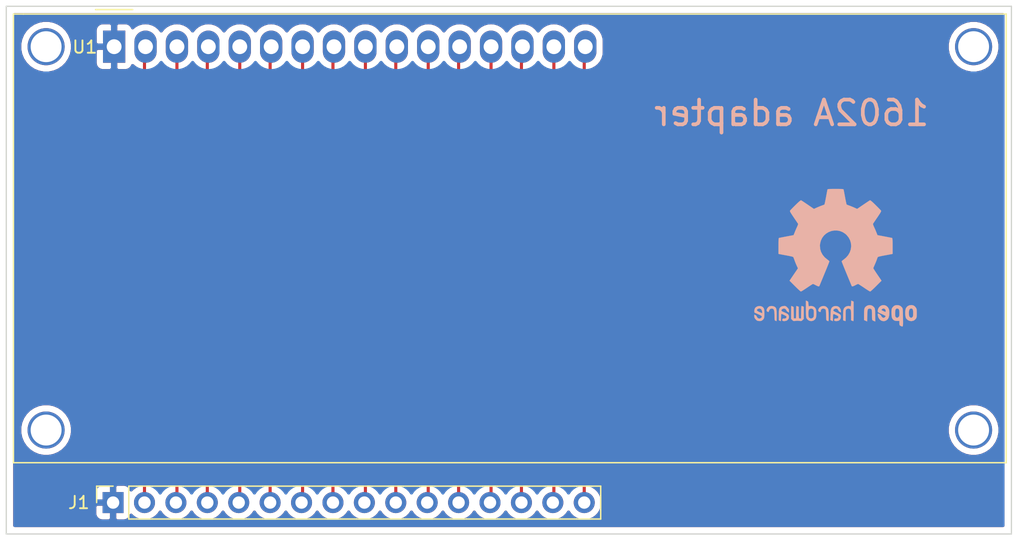
<source format=kicad_pcb>
(kicad_pcb (version 20171130) (host pcbnew "(5.1.5)-3")

  (general
    (thickness 1.6)
    (drawings 5)
    (tracks 32)
    (zones 0)
    (modules 3)
    (nets 17)
  )

  (page A4)
  (layers
    (0 F.Cu signal)
    (31 B.Cu signal)
    (32 B.Adhes user)
    (33 F.Adhes user)
    (34 B.Paste user)
    (35 F.Paste user)
    (36 B.SilkS user)
    (37 F.SilkS user)
    (38 B.Mask user)
    (39 F.Mask user)
    (40 Dwgs.User user)
    (41 Cmts.User user)
    (42 Eco1.User user)
    (43 Eco2.User user)
    (44 Edge.Cuts user)
    (45 Margin user)
    (46 B.CrtYd user)
    (47 F.CrtYd user)
    (48 B.Fab user)
    (49 F.Fab user)
  )

  (setup
    (last_trace_width 0.25)
    (trace_clearance 0.2)
    (zone_clearance 0.508)
    (zone_45_only no)
    (trace_min 0.2)
    (via_size 0.8)
    (via_drill 0.4)
    (via_min_size 0.4)
    (via_min_drill 0.3)
    (uvia_size 0.3)
    (uvia_drill 0.1)
    (uvias_allowed no)
    (uvia_min_size 0.2)
    (uvia_min_drill 0.1)
    (edge_width 0.05)
    (segment_width 0.2)
    (pcb_text_width 0.3)
    (pcb_text_size 1.5 1.5)
    (mod_edge_width 0.12)
    (mod_text_size 1 1)
    (mod_text_width 0.15)
    (pad_size 1.524 1.524)
    (pad_drill 0.762)
    (pad_to_mask_clearance 0.051)
    (solder_mask_min_width 0.25)
    (aux_axis_origin 0 0)
    (visible_elements 7FFFFFFF)
    (pcbplotparams
      (layerselection 0x010fc_ffffffff)
      (usegerberextensions true)
      (usegerberattributes false)
      (usegerberadvancedattributes false)
      (creategerberjobfile false)
      (excludeedgelayer true)
      (linewidth 0.100000)
      (plotframeref false)
      (viasonmask false)
      (mode 1)
      (useauxorigin false)
      (hpglpennumber 1)
      (hpglpenspeed 20)
      (hpglpendiameter 15.000000)
      (psnegative false)
      (psa4output false)
      (plotreference true)
      (plotvalue true)
      (plotinvisibletext false)
      (padsonsilk false)
      (subtractmaskfromsilk false)
      (outputformat 1)
      (mirror false)
      (drillshape 0)
      (scaleselection 1)
      (outputdirectory "gerbers"))
  )

  (net 0 "")
  (net 1 "Net-(J1-Pad16)")
  (net 2 "Net-(J1-Pad15)")
  (net 3 "Net-(J1-Pad14)")
  (net 4 "Net-(J1-Pad13)")
  (net 5 "Net-(J1-Pad12)")
  (net 6 "Net-(J1-Pad11)")
  (net 7 "Net-(J1-Pad10)")
  (net 8 "Net-(J1-Pad9)")
  (net 9 "Net-(J1-Pad8)")
  (net 10 "Net-(J1-Pad7)")
  (net 11 "Net-(J1-Pad6)")
  (net 12 "Net-(J1-Pad5)")
  (net 13 "Net-(J1-Pad4)")
  (net 14 "Net-(J1-Pad3)")
  (net 15 VDD)
  (net 16 GND)

  (net_class Default "This is the default net class."
    (clearance 0.2)
    (trace_width 0.25)
    (via_dia 0.8)
    (via_drill 0.4)
    (uvia_dia 0.3)
    (uvia_drill 0.1)
    (add_net GND)
    (add_net "Net-(J1-Pad10)")
    (add_net "Net-(J1-Pad11)")
    (add_net "Net-(J1-Pad12)")
    (add_net "Net-(J1-Pad13)")
    (add_net "Net-(J1-Pad14)")
    (add_net "Net-(J1-Pad15)")
    (add_net "Net-(J1-Pad16)")
    (add_net "Net-(J1-Pad3)")
    (add_net "Net-(J1-Pad4)")
    (add_net "Net-(J1-Pad5)")
    (add_net "Net-(J1-Pad6)")
    (add_net "Net-(J1-Pad7)")
    (add_net "Net-(J1-Pad8)")
    (add_net "Net-(J1-Pad9)")
    (add_net VDD)
  )

  (module lcd1602a:WC1602A (layer F.Cu) (tedit 5E692377) (tstamp 5EB1C65B)
    (at 113.368 80.483)
    (descr "LCD 16x2 http://www.wincomlcd.com/pdf/WC1602A-SFYLYHTC06.pdf")
    (tags "LCD 16x2 Alphanumeric 16pin")
    (path /5EB15C25)
    (fp_text reference U1 (at -2.37 0.035) (layer F.SilkS)
      (effects (font (size 1 1) (thickness 0.15)))
    )
    (fp_text value RC1602A (at -0.635 31.115) (layer F.Fab)
      (effects (font (size 1 1) (thickness 0.15)))
    )
    (fp_line (start -8 33.5) (end -8 -2.5) (layer F.Fab) (width 0.1))
    (fp_line (start 72 33.5) (end -8 33.5) (layer F.Fab) (width 0.1))
    (fp_line (start 72 -2.5) (end 72 33.5) (layer F.Fab) (width 0.1))
    (fp_line (start 1 -2.5) (end 72 -2.5) (layer F.Fab) (width 0.1))
    (fp_line (start -5 28) (end -5 3) (layer Dwgs.User) (width 0.12))
    (fp_line (start 68 28) (end -5 28) (layer Dwgs.User) (width 0.12))
    (fp_line (start 68 3) (end 68 28) (layer Dwgs.User) (width 0.12))
    (fp_line (start -5 3) (end 68 3) (layer Dwgs.User) (width 0.12))
    (fp_arc (start 0.20066 8.49884) (end -0.29972 8.49884) (angle 90) (layer Dwgs.User) (width 0.12))
    (fp_arc (start 0.20066 22.49932) (end 0.20066 22.9997) (angle 90) (layer Dwgs.User) (width 0.12))
    (fp_arc (start 63.70066 22.49932) (end 64.20104 22.49932) (angle 90) (layer Dwgs.User) (width 0.12))
    (fp_arc (start 63.7 8.5) (end 63.7 8) (angle 90) (layer Dwgs.User) (width 0.12))
    (fp_line (start 64.2 8.5) (end 64.2 22.5) (layer Dwgs.User) (width 0.12))
    (fp_line (start 63.70066 23) (end 0.2 23) (layer Dwgs.User) (width 0.12))
    (fp_line (start -0.29972 22.49932) (end -0.29972 8.5) (layer Dwgs.User) (width 0.12))
    (fp_line (start 0.2 8) (end 63.7 8) (layer Dwgs.User) (width 0.12))
    (fp_text user %R (at -2.54 0) (layer F.Fab)
      (effects (font (size 1 1) (thickness 0.1)))
    )
    (fp_line (start -1 -2.5) (end -8 -2.5) (layer F.Fab) (width 0.1))
    (fp_line (start 0 -1.5) (end -1 -2.5) (layer F.Fab) (width 0.1))
    (fp_line (start 1 -2.5) (end 0 -1.5) (layer F.Fab) (width 0.1))
    (fp_line (start -8.25 -2.75) (end 72.25 -2.75) (layer F.CrtYd) (width 0.05))
    (fp_line (start -1.5 -3) (end 1.5 -3) (layer F.SilkS) (width 0.12))
    (fp_line (start 72.25 -2.75) (end 72.25 33.75) (layer F.CrtYd) (width 0.05))
    (fp_line (start -8.25 33.75) (end 72.25 33.75) (layer F.CrtYd) (width 0.05))
    (fp_line (start -8.25 -2.75) (end -8.25 33.75) (layer F.CrtYd) (width 0.05))
    (fp_line (start -8.13 -2.64) (end -7.34 -2.64) (layer F.SilkS) (width 0.12))
    (fp_line (start -8.14 -2.64) (end -8.14 33.64) (layer F.SilkS) (width 0.12))
    (fp_line (start 72.14 -2.64) (end -7.34 -2.64) (layer F.SilkS) (width 0.12))
    (fp_line (start 72.14 33.64) (end 72.14 -2.64) (layer F.SilkS) (width 0.12))
    (fp_line (start -8.14 33.64) (end 72.14 33.64) (layer F.SilkS) (width 0.12))
    (pad "" thru_hole circle (at 69.5 0) (size 3 3) (drill 2.5) (layers *.Cu *.Mask))
    (pad "" thru_hole circle (at 69.49948 31.0007) (size 3 3) (drill 2.5) (layers *.Cu *.Mask))
    (pad "" thru_hole circle (at -5.4991 31.0007) (size 3 3) (drill 2.5) (layers *.Cu *.Mask))
    (pad "" thru_hole circle (at -5.4991 0) (size 3 3) (drill 2.5) (layers *.Cu *.Mask))
    (pad 16 thru_hole oval (at 38.1 0) (size 1.8 2.6) (drill 1.2) (layers *.Cu *.Mask)
      (net 1 "Net-(J1-Pad16)"))
    (pad 15 thru_hole oval (at 35.56 0) (size 1.8 2.6) (drill 1.2) (layers *.Cu *.Mask)
      (net 2 "Net-(J1-Pad15)"))
    (pad 14 thru_hole oval (at 33.02 0) (size 1.8 2.6) (drill 1.2) (layers *.Cu *.Mask)
      (net 3 "Net-(J1-Pad14)"))
    (pad 13 thru_hole oval (at 30.48 0) (size 1.8 2.6) (drill 1.2) (layers *.Cu *.Mask)
      (net 4 "Net-(J1-Pad13)"))
    (pad 12 thru_hole oval (at 27.94 0) (size 1.8 2.6) (drill 1.2) (layers *.Cu *.Mask)
      (net 5 "Net-(J1-Pad12)"))
    (pad 11 thru_hole oval (at 25.4 0) (size 1.8 2.6) (drill 1.2) (layers *.Cu *.Mask)
      (net 6 "Net-(J1-Pad11)"))
    (pad 10 thru_hole oval (at 22.86 0) (size 1.8 2.6) (drill 1.2) (layers *.Cu *.Mask)
      (net 7 "Net-(J1-Pad10)"))
    (pad 9 thru_hole oval (at 20.32 0) (size 1.8 2.6) (drill 1.2) (layers *.Cu *.Mask)
      (net 8 "Net-(J1-Pad9)"))
    (pad 8 thru_hole oval (at 17.78 0) (size 1.8 2.6) (drill 1.2) (layers *.Cu *.Mask)
      (net 9 "Net-(J1-Pad8)"))
    (pad 7 thru_hole oval (at 15.24 0) (size 1.8 2.6) (drill 1.2) (layers *.Cu *.Mask)
      (net 10 "Net-(J1-Pad7)"))
    (pad 6 thru_hole oval (at 12.7 0) (size 1.8 2.6) (drill 1.2) (layers *.Cu *.Mask)
      (net 11 "Net-(J1-Pad6)"))
    (pad 5 thru_hole oval (at 10.16 0) (size 1.8 2.6) (drill 1.2) (layers *.Cu *.Mask)
      (net 12 "Net-(J1-Pad5)"))
    (pad 4 thru_hole oval (at 7.62 0) (size 1.8 2.6) (drill 1.2) (layers *.Cu *.Mask)
      (net 13 "Net-(J1-Pad4)"))
    (pad 3 thru_hole oval (at 5.08 0) (size 1.8 2.6) (drill 1.2) (layers *.Cu *.Mask)
      (net 14 "Net-(J1-Pad3)"))
    (pad 2 thru_hole oval (at 2.54 0) (size 1.8 2.6) (drill 1.2) (layers *.Cu *.Mask)
      (net 15 VDD))
    (pad 1 thru_hole rect (at 0 0) (size 1.8 2.6) (drill 1.2) (layers *.Cu *.Mask)
      (net 16 GND))
    (model ${KISYS3DMOD}/Displays.3dshapes/WC1602A.wrl
      (at (xyz 0 0 0))
      (scale (xyz 1 1 1))
      (rotate (xyz 0 0 0))
    )
  )

  (module Symbol:OSHW-Logo2_14.6x12mm_SilkScreen (layer B.Cu) (tedit 0) (tstamp 5EB1BE9A)
    (at 171.704 97.536 180)
    (descr "Open Source Hardware Symbol")
    (tags "Logo Symbol OSHW")
    (attr virtual)
    (fp_text reference REF** (at 0 0) (layer B.SilkS) hide
      (effects (font (size 1 1) (thickness 0.15)) (justify mirror))
    )
    (fp_text value OSHW-Logo2_14.6x12mm_SilkScreen (at 0.75 0) (layer B.Fab) hide
      (effects (font (size 1 1) (thickness 0.15)) (justify mirror))
    )
    (fp_poly (pts (xy 0.209014 5.547002) (xy 0.367006 5.546137) (xy 0.481347 5.543795) (xy 0.559407 5.539238)
      (xy 0.608554 5.53173) (xy 0.636159 5.520534) (xy 0.649592 5.504912) (xy 0.656221 5.484127)
      (xy 0.656865 5.481437) (xy 0.666935 5.432887) (xy 0.685575 5.337095) (xy 0.710845 5.204257)
      (xy 0.740807 5.044569) (xy 0.773522 4.868226) (xy 0.774664 4.862033) (xy 0.807433 4.689218)
      (xy 0.838093 4.536531) (xy 0.864664 4.413129) (xy 0.885167 4.328169) (xy 0.897626 4.29081)
      (xy 0.89822 4.290148) (xy 0.934919 4.271905) (xy 1.010586 4.241503) (xy 1.108878 4.205507)
      (xy 1.109425 4.205315) (xy 1.233233 4.158778) (xy 1.379196 4.099496) (xy 1.516781 4.039891)
      (xy 1.523293 4.036944) (xy 1.74739 3.935235) (xy 2.243619 4.274103) (xy 2.395846 4.377408)
      (xy 2.533741 4.469763) (xy 2.649315 4.545916) (xy 2.734579 4.600615) (xy 2.781544 4.628607)
      (xy 2.786004 4.630683) (xy 2.820134 4.62144) (xy 2.883881 4.576844) (xy 2.979731 4.494791)
      (xy 3.110169 4.373179) (xy 3.243328 4.243795) (xy 3.371694 4.116298) (xy 3.486581 3.999954)
      (xy 3.581073 3.901948) (xy 3.648253 3.829464) (xy 3.681206 3.789687) (xy 3.682432 3.787639)
      (xy 3.686074 3.760344) (xy 3.67235 3.715766) (xy 3.637869 3.647888) (xy 3.579239 3.550689)
      (xy 3.49307 3.418149) (xy 3.3782 3.247524) (xy 3.276254 3.097345) (xy 3.185123 2.96265)
      (xy 3.110073 2.85126) (xy 3.056369 2.770995) (xy 3.02928 2.729675) (xy 3.027574 2.72687)
      (xy 3.030882 2.687279) (xy 3.055953 2.610331) (xy 3.097798 2.510568) (xy 3.112712 2.478709)
      (xy 3.177786 2.336774) (xy 3.247212 2.175727) (xy 3.303609 2.036379) (xy 3.344247 1.932956)
      (xy 3.376526 1.854358) (xy 3.395178 1.81328) (xy 3.397497 1.810115) (xy 3.431803 1.804872)
      (xy 3.512669 1.790506) (xy 3.629343 1.769063) (xy 3.771075 1.742587) (xy 3.92711 1.713123)
      (xy 4.086698 1.682717) (xy 4.239085 1.653412) (xy 4.373521 1.627255) (xy 4.479252 1.60629)
      (xy 4.545526 1.592561) (xy 4.561782 1.58868) (xy 4.578573 1.5791) (xy 4.591249 1.557464)
      (xy 4.600378 1.516469) (xy 4.606531 1.448811) (xy 4.61028 1.347188) (xy 4.612192 1.204297)
      (xy 4.61284 1.012835) (xy 4.612874 0.934355) (xy 4.612874 0.296094) (xy 4.459598 0.26584)
      (xy 4.374322 0.249436) (xy 4.24707 0.225491) (xy 4.093315 0.196893) (xy 3.928534 0.166533)
      (xy 3.882989 0.158194) (xy 3.730932 0.12863) (xy 3.598468 0.099558) (xy 3.496714 0.073671)
      (xy 3.436788 0.053663) (xy 3.426805 0.047699) (xy 3.402293 0.005466) (xy 3.367148 -0.07637)
      (xy 3.328173 -0.181683) (xy 3.320442 -0.204368) (xy 3.26936 -0.345018) (xy 3.205954 -0.503714)
      (xy 3.143904 -0.646225) (xy 3.143598 -0.646886) (xy 3.040267 -0.87044) (xy 3.719961 -1.870232)
      (xy 3.283621 -2.3073) (xy 3.151649 -2.437381) (xy 3.031279 -2.552048) (xy 2.929273 -2.645181)
      (xy 2.852391 -2.710658) (xy 2.807393 -2.742357) (xy 2.800938 -2.744368) (xy 2.76304 -2.728529)
      (xy 2.685708 -2.684496) (xy 2.577389 -2.61749) (xy 2.446532 -2.532734) (xy 2.305052 -2.437816)
      (xy 2.161461 -2.340998) (xy 2.033435 -2.256751) (xy 1.929105 -2.190258) (xy 1.8566 -2.146702)
      (xy 1.824158 -2.131264) (xy 1.784576 -2.144328) (xy 1.709519 -2.17875) (xy 1.614468 -2.22738)
      (xy 1.604392 -2.232785) (xy 1.476391 -2.29698) (xy 1.388618 -2.328463) (xy 1.334028 -2.328798)
      (xy 1.305575 -2.299548) (xy 1.30541 -2.299138) (xy 1.291188 -2.264498) (xy 1.257269 -2.182269)
      (xy 1.206284 -2.058814) (xy 1.140862 -1.900498) (xy 1.063634 -1.713686) (xy 0.977229 -1.504742)
      (xy 0.893551 -1.302446) (xy 0.801588 -1.0792) (xy 0.71715 -0.872392) (xy 0.642769 -0.688362)
      (xy 0.580974 -0.533451) (xy 0.534297 -0.413996) (xy 0.505268 -0.336339) (xy 0.496322 -0.307356)
      (xy 0.518756 -0.27411) (xy 0.577439 -0.221123) (xy 0.655689 -0.162704) (xy 0.878534 0.022048)
      (xy 1.052718 0.233818) (xy 1.176154 0.468144) (xy 1.246754 0.720566) (xy 1.262431 0.986623)
      (xy 1.251036 1.109425) (xy 1.18895 1.364207) (xy 1.082023 1.589199) (xy 0.936889 1.782183)
      (xy 0.760178 1.940939) (xy 0.558522 2.06325) (xy 0.338554 2.146895) (xy 0.106906 2.189656)
      (xy -0.129791 2.189313) (xy -0.364905 2.143648) (xy -0.591804 2.050441) (xy -0.803856 1.907473)
      (xy -0.892364 1.826617) (xy -1.062111 1.618993) (xy -1.180301 1.392105) (xy -1.247722 1.152567)
      (xy -1.26516 0.906993) (xy -1.233402 0.661997) (xy -1.153235 0.424192) (xy -1.025445 0.200193)
      (xy -0.85082 -0.003387) (xy -0.655688 -0.162704) (xy -0.574409 -0.223602) (xy -0.516991 -0.276015)
      (xy -0.496322 -0.307406) (xy -0.507144 -0.341639) (xy -0.537923 -0.423419) (xy -0.586126 -0.546407)
      (xy -0.649222 -0.704263) (xy -0.724678 -0.890649) (xy -0.809962 -1.099226) (xy -0.893781 -1.302496)
      (xy -0.986255 -1.525933) (xy -1.071911 -1.732984) (xy -1.148118 -1.917286) (xy -1.212247 -2.072475)
      (xy -1.261668 -2.192188) (xy -1.293752 -2.270061) (xy -1.305641 -2.299138) (xy -1.333726 -2.328677)
      (xy -1.388051 -2.328591) (xy -1.475605 -2.297326) (xy -1.603381 -2.233329) (xy -1.604392 -2.232785)
      (xy -1.700598 -2.183121) (xy -1.778369 -2.146945) (xy -1.822223 -2.131408) (xy -1.824158 -2.131264)
      (xy -1.857171 -2.147024) (xy -1.930054 -2.19085) (xy -2.034678 -2.257557) (xy -2.16291 -2.341964)
      (xy -2.305052 -2.437816) (xy -2.449767 -2.534867) (xy -2.580196 -2.61927) (xy -2.68789 -2.685801)
      (xy -2.764402 -2.729238) (xy -2.800938 -2.744368) (xy -2.834582 -2.724482) (xy -2.902224 -2.668903)
      (xy -2.997107 -2.583754) (xy -3.11247 -2.475153) (xy -3.241555 -2.349221) (xy -3.283771 -2.307149)
      (xy -3.720261 -1.869931) (xy -3.388023 -1.38234) (xy -3.287054 -1.232605) (xy -3.198438 -1.09822)
      (xy -3.127146 -0.986969) (xy -3.07815 -0.906639) (xy -3.056422 -0.865014) (xy -3.055785 -0.862053)
      (xy -3.06724 -0.822818) (xy -3.098051 -0.743895) (xy -3.142884 -0.638509) (xy -3.174353 -0.567954)
      (xy -3.233192 -0.432876) (xy -3.288604 -0.296409) (xy -3.331564 -0.181103) (xy -3.343234 -0.145977)
      (xy -3.376389 -0.052174) (xy -3.408799 0.020306) (xy -3.426601 0.047699) (xy -3.465886 0.064464)
      (xy -3.551626 0.08823) (xy -3.672697 0.116303) (xy -3.817973 0.145991) (xy -3.882988 0.158194)
      (xy -4.048087 0.188532) (xy -4.206448 0.217907) (xy -4.342596 0.243431) (xy -4.441057 0.262215)
      (xy -4.459598 0.26584) (xy -4.612873 0.296094) (xy -4.612873 0.934355) (xy -4.612529 1.14423)
      (xy -4.611116 1.30302) (xy -4.608064 1.418027) (xy -4.602803 1.496554) (xy -4.594763 1.545904)
      (xy -4.583373 1.573381) (xy -4.568063 1.586287) (xy -4.561782 1.58868) (xy -4.523896 1.597167)
      (xy -4.440195 1.6141) (xy -4.321433 1.637434) (xy -4.178361 1.665125) (xy -4.021732 1.695127)
      (xy -3.862297 1.725396) (xy -3.710809 1.753885) (xy -3.578019 1.778551) (xy -3.474681 1.797349)
      (xy -3.411545 1.808233) (xy -3.397497 1.810115) (xy -3.38477 1.835296) (xy -3.3566 1.902378)
      (xy -3.318252 1.998667) (xy -3.303609 2.036379) (xy -3.244548 2.182079) (xy -3.175 2.343049)
      (xy -3.112712 2.478709) (xy -3.066879 2.582439) (xy -3.036387 2.667674) (xy -3.026208 2.719874)
      (xy -3.027831 2.72687) (xy -3.049343 2.759898) (xy -3.098465 2.833357) (xy -3.169923 2.939423)
      (xy -3.258445 3.070274) (xy -3.358759 3.218088) (xy -3.378594 3.247266) (xy -3.494988 3.420137)
      (xy -3.580548 3.551774) (xy -3.638684 3.648239) (xy -3.672808 3.715592) (xy -3.686331 3.759894)
      (xy -3.682664 3.787206) (xy -3.68257 3.78738) (xy -3.653707 3.823254) (xy -3.589867 3.892609)
      (xy -3.497969 3.988255) (xy -3.384933 4.103001) (xy -3.257679 4.229659) (xy -3.243328 4.243795)
      (xy -3.082957 4.399097) (xy -2.959195 4.51313) (xy -2.869555 4.587998) (xy -2.811552 4.625804)
      (xy -2.786004 4.630683) (xy -2.748718 4.609397) (xy -2.671343 4.560227) (xy -2.561867 4.488425)
      (xy -2.42828 4.399245) (xy -2.27857 4.297937) (xy -2.243618 4.274103) (xy -1.74739 3.935235)
      (xy -1.523293 4.036944) (xy -1.387011 4.096217) (xy -1.240724 4.15583) (xy -1.114965 4.20336)
      (xy -1.109425 4.205315) (xy -1.011057 4.241323) (xy -0.935229 4.271771) (xy -0.898282 4.290095)
      (xy -0.89822 4.290148) (xy -0.886496 4.323271) (xy -0.866568 4.404733) (xy -0.840413 4.525375)
      (xy -0.81001 4.676041) (xy -0.777337 4.847572) (xy -0.774664 4.862033) (xy -0.74189 5.038765)
      (xy -0.711802 5.19919) (xy -0.686339 5.333112) (xy -0.667441 5.430337) (xy -0.657047 5.480668)
      (xy -0.656865 5.481437) (xy -0.650539 5.502847) (xy -0.638239 5.519012) (xy -0.612594 5.530669)
      (xy -0.566235 5.538555) (xy -0.491792 5.543407) (xy -0.381895 5.545961) (xy -0.229175 5.546955)
      (xy -0.026262 5.547126) (xy 0 5.547126) (xy 0.209014 5.547002)) (layer B.SilkS) (width 0.01))
    (fp_poly (pts (xy 6.343439 -3.95654) (xy 6.45895 -4.032034) (xy 6.514664 -4.099617) (xy 6.558804 -4.222255)
      (xy 6.562309 -4.319298) (xy 6.554368 -4.449056) (xy 6.255115 -4.580039) (xy 6.109611 -4.646958)
      (xy 6.014537 -4.70079) (xy 5.965101 -4.747416) (xy 5.956511 -4.79272) (xy 5.983972 -4.842582)
      (xy 6.014253 -4.875632) (xy 6.102363 -4.928633) (xy 6.198196 -4.932347) (xy 6.286212 -4.891041)
      (xy 6.350869 -4.808983) (xy 6.362433 -4.780008) (xy 6.417825 -4.689509) (xy 6.481553 -4.65094)
      (xy 6.568966 -4.617946) (xy 6.568966 -4.743034) (xy 6.561238 -4.828156) (xy 6.530966 -4.899938)
      (xy 6.467518 -4.982356) (xy 6.458088 -4.993066) (xy 6.387513 -5.066391) (xy 6.326847 -5.105742)
      (xy 6.25095 -5.123845) (xy 6.18803 -5.129774) (xy 6.075487 -5.131251) (xy 5.99537 -5.112535)
      (xy 5.94539 -5.084747) (xy 5.866838 -5.023641) (xy 5.812463 -4.957554) (xy 5.778052 -4.874441)
      (xy 5.759388 -4.762254) (xy 5.752256 -4.608946) (xy 5.751687 -4.531136) (xy 5.753622 -4.437853)
      (xy 5.929899 -4.437853) (xy 5.931944 -4.487896) (xy 5.937039 -4.496092) (xy 5.970666 -4.484958)
      (xy 6.04303 -4.455493) (xy 6.139747 -4.413601) (xy 6.159973 -4.404597) (xy 6.282203 -4.342442)
      (xy 6.349547 -4.287815) (xy 6.364348 -4.236649) (xy 6.328947 -4.184876) (xy 6.299711 -4.162)
      (xy 6.194216 -4.11625) (xy 6.095476 -4.123808) (xy 6.012812 -4.179651) (xy 5.955548 -4.278753)
      (xy 5.937188 -4.357414) (xy 5.929899 -4.437853) (xy 5.753622 -4.437853) (xy 5.755459 -4.349351)
      (xy 5.769359 -4.214853) (xy 5.796894 -4.116916) (xy 5.841572 -4.044811) (xy 5.906901 -3.987813)
      (xy 5.935383 -3.969393) (xy 6.064763 -3.921422) (xy 6.206412 -3.918403) (xy 6.343439 -3.95654)) (layer B.SilkS) (width 0.01))
    (fp_poly (pts (xy 5.33569 -3.940018) (xy 5.370585 -3.955269) (xy 5.453877 -4.021235) (xy 5.525103 -4.116618)
      (xy 5.569153 -4.218406) (xy 5.576322 -4.268587) (xy 5.552285 -4.338647) (xy 5.499561 -4.375717)
      (xy 5.443031 -4.398164) (xy 5.417146 -4.4023) (xy 5.404542 -4.372283) (xy 5.379654 -4.306961)
      (xy 5.368735 -4.277445) (xy 5.307508 -4.175348) (xy 5.218861 -4.124423) (xy 5.105193 -4.125989)
      (xy 5.096774 -4.127994) (xy 5.036088 -4.156767) (xy 4.991474 -4.212859) (xy 4.961002 -4.303163)
      (xy 4.942744 -4.434571) (xy 4.934771 -4.613974) (xy 4.934023 -4.709433) (xy 4.933652 -4.859913)
      (xy 4.931223 -4.962495) (xy 4.92476 -5.027672) (xy 4.912288 -5.065938) (xy 4.891833 -5.087785)
      (xy 4.861419 -5.103707) (xy 4.859661 -5.104509) (xy 4.801091 -5.129272) (xy 4.772075 -5.138391)
      (xy 4.767616 -5.110822) (xy 4.763799 -5.03462) (xy 4.760899 -4.919541) (xy 4.759191 -4.775341)
      (xy 4.758851 -4.669814) (xy 4.760588 -4.465613) (xy 4.767382 -4.310697) (xy 4.781607 -4.196024)
      (xy 4.805638 -4.112551) (xy 4.841848 -4.051236) (xy 4.892612 -4.003034) (xy 4.942739 -3.969393)
      (xy 5.063275 -3.924619) (xy 5.203557 -3.914521) (xy 5.33569 -3.940018)) (layer B.SilkS) (width 0.01))
    (fp_poly (pts (xy 4.314406 -3.935156) (xy 4.398469 -3.973393) (xy 4.46445 -4.019726) (xy 4.512794 -4.071532)
      (xy 4.546172 -4.138363) (xy 4.567253 -4.229769) (xy 4.578707 -4.355301) (xy 4.583203 -4.524508)
      (xy 4.583678 -4.635933) (xy 4.583678 -5.070627) (xy 4.509316 -5.104509) (xy 4.450746 -5.129272)
      (xy 4.42173 -5.138391) (xy 4.416179 -5.111257) (xy 4.411775 -5.038094) (xy 4.409078 -4.931263)
      (xy 4.408506 -4.846437) (xy 4.406046 -4.723887) (xy 4.399412 -4.626668) (xy 4.389726 -4.567134)
      (xy 4.382032 -4.554483) (xy 4.330311 -4.567402) (xy 4.249117 -4.600539) (xy 4.155102 -4.645461)
      (xy 4.064917 -4.693735) (xy 3.995215 -4.736928) (xy 3.962648 -4.766608) (xy 3.962519 -4.766929)
      (xy 3.96532 -4.821857) (xy 3.990439 -4.874292) (xy 4.034541 -4.916881) (xy 4.098909 -4.931126)
      (xy 4.153921 -4.929466) (xy 4.231835 -4.928245) (xy 4.272732 -4.946498) (xy 4.297295 -4.994726)
      (xy 4.300392 -5.00382) (xy 4.31104 -5.072598) (xy 4.282565 -5.11436) (xy 4.208344 -5.134263)
      (xy 4.128168 -5.137944) (xy 3.98389 -5.110658) (xy 3.909203 -5.07169) (xy 3.816963 -4.980148)
      (xy 3.768043 -4.867782) (xy 3.763654 -4.749051) (xy 3.805001 -4.638411) (xy 3.867197 -4.56908)
      (xy 3.929294 -4.530265) (xy 4.026895 -4.481125) (xy 4.140632 -4.431292) (xy 4.15959 -4.423677)
      (xy 4.284521 -4.368545) (xy 4.356539 -4.319954) (xy 4.3797 -4.271647) (xy 4.358064 -4.21737)
      (xy 4.32092 -4.174943) (xy 4.233127 -4.122702) (xy 4.13653 -4.118784) (xy 4.047944 -4.159041)
      (xy 3.984186 -4.239326) (xy 3.975817 -4.26004) (xy 3.927096 -4.336225) (xy 3.855965 -4.392785)
      (xy 3.766207 -4.439201) (xy 3.766207 -4.307584) (xy 3.77149 -4.227168) (xy 3.794142 -4.163786)
      (xy 3.844367 -4.096163) (xy 3.892582 -4.044076) (xy 3.967554 -3.970322) (xy 4.025806 -3.930702)
      (xy 4.088372 -3.91481) (xy 4.159193 -3.912184) (xy 4.314406 -3.935156)) (layer B.SilkS) (width 0.01))
    (fp_poly (pts (xy 3.580124 -3.93984) (xy 3.584579 -4.016653) (xy 3.588071 -4.133391) (xy 3.590315 -4.280821)
      (xy 3.591035 -4.435455) (xy 3.591035 -4.958727) (xy 3.498645 -5.051117) (xy 3.434978 -5.108047)
      (xy 3.379089 -5.131107) (xy 3.302702 -5.129647) (xy 3.27238 -5.125934) (xy 3.17761 -5.115126)
      (xy 3.099222 -5.108933) (xy 3.080115 -5.108361) (xy 3.015699 -5.112102) (xy 2.923571 -5.121494)
      (xy 2.88785 -5.125934) (xy 2.800114 -5.132801) (xy 2.741153 -5.117885) (xy 2.68269 -5.071835)
      (xy 2.661585 -5.051117) (xy 2.569195 -4.958727) (xy 2.569195 -3.979947) (xy 2.643558 -3.946066)
      (xy 2.70759 -3.92097) (xy 2.745052 -3.912184) (xy 2.754657 -3.93995) (xy 2.763635 -4.01753)
      (xy 2.771386 -4.136348) (xy 2.777314 -4.287828) (xy 2.780173 -4.415805) (xy 2.788161 -4.919425)
      (xy 2.857848 -4.929278) (xy 2.921229 -4.922389) (xy 2.952286 -4.900083) (xy 2.960967 -4.858379)
      (xy 2.968378 -4.769544) (xy 2.973931 -4.644834) (xy 2.977036 -4.495507) (xy 2.977484 -4.418661)
      (xy 2.977931 -3.976287) (xy 3.069874 -3.944235) (xy 3.134949 -3.922443) (xy 3.170347 -3.912281)
      (xy 3.171368 -3.912184) (xy 3.17492 -3.939809) (xy 3.178823 -4.016411) (xy 3.182751 -4.132579)
      (xy 3.186376 -4.278904) (xy 3.188908 -4.415805) (xy 3.196897 -4.919425) (xy 3.372069 -4.919425)
      (xy 3.380107 -4.459965) (xy 3.388146 -4.000505) (xy 3.473543 -3.956344) (xy 3.536593 -3.926019)
      (xy 3.57391 -3.912258) (xy 3.574987 -3.912184) (xy 3.580124 -3.93984)) (layer B.SilkS) (width 0.01))
    (fp_poly (pts (xy 2.393914 -4.154455) (xy 2.393543 -4.372661) (xy 2.392108 -4.540519) (xy 2.389002 -4.66607)
      (xy 2.383622 -4.757355) (xy 2.375362 -4.822415) (xy 2.363616 -4.869291) (xy 2.347781 -4.906024)
      (xy 2.33579 -4.926991) (xy 2.23649 -5.040694) (xy 2.110588 -5.111965) (xy 1.971291 -5.137538)
      (xy 1.831805 -5.11415) (xy 1.748743 -5.072119) (xy 1.661545 -4.999411) (xy 1.602117 -4.910612)
      (xy 1.566261 -4.79432) (xy 1.549781 -4.639135) (xy 1.547447 -4.525287) (xy 1.547761 -4.517106)
      (xy 1.751724 -4.517106) (xy 1.75297 -4.647657) (xy 1.758678 -4.73408) (xy 1.771804 -4.790618)
      (xy 1.795306 -4.831514) (xy 1.823386 -4.862362) (xy 1.917688 -4.921905) (xy 2.01894 -4.926992)
      (xy 2.114636 -4.877279) (xy 2.122084 -4.870543) (xy 2.153874 -4.835502) (xy 2.173808 -4.793811)
      (xy 2.1846 -4.731762) (xy 2.188965 -4.635644) (xy 2.189655 -4.529379) (xy 2.188159 -4.39588)
      (xy 2.181964 -4.306822) (xy 2.168514 -4.248293) (xy 2.145251 -4.206382) (xy 2.126175 -4.184123)
      (xy 2.037563 -4.127985) (xy 1.935508 -4.121235) (xy 1.838095 -4.164114) (xy 1.819296 -4.180032)
      (xy 1.787293 -4.215382) (xy 1.767318 -4.257502) (xy 1.756593 -4.320251) (xy 1.752339 -4.417487)
      (xy 1.751724 -4.517106) (xy 1.547761 -4.517106) (xy 1.554504 -4.341947) (xy 1.578472 -4.204195)
      (xy 1.623548 -4.100632) (xy 1.693928 -4.019856) (xy 1.748743 -3.978455) (xy 1.848376 -3.933728)
      (xy 1.963855 -3.912967) (xy 2.071199 -3.918525) (xy 2.131264 -3.940943) (xy 2.154835 -3.947323)
      (xy 2.170477 -3.923535) (xy 2.181395 -3.859788) (xy 2.189655 -3.762687) (xy 2.198699 -3.654541)
      (xy 2.211261 -3.589475) (xy 2.234119 -3.552268) (xy 2.274051 -3.527699) (xy 2.299138 -3.516819)
      (xy 2.394023 -3.477072) (xy 2.393914 -4.154455)) (layer B.SilkS) (width 0.01))
    (fp_poly (pts (xy 1.065943 -3.92192) (xy 1.198565 -3.970859) (xy 1.30601 -4.057419) (xy 1.348032 -4.118352)
      (xy 1.393843 -4.230161) (xy 1.392891 -4.311006) (xy 1.344808 -4.365378) (xy 1.327017 -4.374624)
      (xy 1.250204 -4.40345) (xy 1.210976 -4.396065) (xy 1.197689 -4.347658) (xy 1.197012 -4.32092)
      (xy 1.172686 -4.222548) (xy 1.109281 -4.153734) (xy 1.021154 -4.120498) (xy 0.922663 -4.128861)
      (xy 0.842602 -4.172296) (xy 0.815561 -4.197072) (xy 0.796394 -4.227129) (xy 0.783446 -4.272565)
      (xy 0.775064 -4.343476) (xy 0.769593 -4.44996) (xy 0.765378 -4.602112) (xy 0.764287 -4.650287)
      (xy 0.760307 -4.815095) (xy 0.755781 -4.931088) (xy 0.748995 -5.007833) (xy 0.738231 -5.054893)
      (xy 0.721773 -5.081835) (xy 0.697906 -5.098223) (xy 0.682626 -5.105463) (xy 0.617733 -5.13022)
      (xy 0.579534 -5.138391) (xy 0.566912 -5.111103) (xy 0.559208 -5.028603) (xy 0.55638 -4.889941)
      (xy 0.558386 -4.694162) (xy 0.559011 -4.663965) (xy 0.563421 -4.485349) (xy 0.568635 -4.354923)
      (xy 0.576055 -4.262492) (xy 0.587082 -4.197858) (xy 0.603117 -4.150825) (xy 0.625561 -4.111196)
      (xy 0.637302 -4.094215) (xy 0.704619 -4.01908) (xy 0.77991 -3.960638) (xy 0.789128 -3.955536)
      (xy 0.924133 -3.91526) (xy 1.065943 -3.92192)) (layer B.SilkS) (width 0.01))
    (fp_poly (pts (xy 0.079944 -3.92436) (xy 0.194343 -3.966842) (xy 0.195652 -3.967658) (xy 0.266403 -4.01973)
      (xy 0.318636 -4.080584) (xy 0.355371 -4.159887) (xy 0.379634 -4.267309) (xy 0.394445 -4.412517)
      (xy 0.402829 -4.605179) (xy 0.403564 -4.632628) (xy 0.41412 -5.046521) (xy 0.325291 -5.092456)
      (xy 0.261018 -5.123498) (xy 0.22221 -5.138206) (xy 0.220415 -5.138391) (xy 0.2137 -5.11125)
      (xy 0.208365 -5.038041) (xy 0.205083 -4.931081) (xy 0.204368 -4.844469) (xy 0.204351 -4.704162)
      (xy 0.197937 -4.616051) (xy 0.17558 -4.574025) (xy 0.127732 -4.571975) (xy 0.044849 -4.60379)
      (xy -0.080287 -4.662272) (xy -0.172303 -4.710845) (xy -0.219629 -4.752986) (xy -0.233542 -4.798916)
      (xy -0.233563 -4.801189) (xy -0.210605 -4.880311) (xy -0.14263 -4.923055) (xy -0.038602 -4.929246)
      (xy 0.03633 -4.928172) (xy 0.075839 -4.949753) (xy 0.100478 -5.001591) (xy 0.114659 -5.067632)
      (xy 0.094223 -5.105104) (xy 0.086528 -5.110467) (xy 0.014083 -5.132006) (xy -0.087367 -5.135055)
      (xy -0.191843 -5.120778) (xy -0.265875 -5.094688) (xy -0.368228 -5.007785) (xy -0.426409 -4.886816)
      (xy -0.437931 -4.792308) (xy -0.429138 -4.707062) (xy -0.39732 -4.637476) (xy -0.334316 -4.575672)
      (xy -0.231969 -4.513772) (xy -0.082118 -4.443897) (xy -0.072988 -4.439948) (xy 0.061997 -4.377588)
      (xy 0.145294 -4.326446) (xy 0.180997 -4.280488) (xy 0.173203 -4.233683) (xy 0.126007 -4.179998)
      (xy 0.111894 -4.167644) (xy 0.017359 -4.119741) (xy -0.080594 -4.121758) (xy -0.165903 -4.168724)
      (xy -0.222504 -4.255669) (xy -0.227763 -4.272734) (xy -0.278977 -4.355504) (xy -0.343963 -4.395372)
      (xy -0.437931 -4.434882) (xy -0.437931 -4.332658) (xy -0.409347 -4.184072) (xy -0.324505 -4.047784)
      (xy -0.280355 -4.002191) (xy -0.179995 -3.943674) (xy -0.052365 -3.917184) (xy 0.079944 -3.92436)) (layer B.SilkS) (width 0.01))
    (fp_poly (pts (xy -1.255402 -3.723857) (xy -1.246846 -3.843188) (xy -1.237019 -3.913506) (xy -1.223401 -3.944179)
      (xy -1.203473 -3.944571) (xy -1.197011 -3.94091) (xy -1.11106 -3.914398) (xy -0.999255 -3.915946)
      (xy -0.885586 -3.943199) (xy -0.81449 -3.978455) (xy -0.741595 -4.034778) (xy -0.688307 -4.098519)
      (xy -0.651725 -4.17951) (xy -0.62895 -4.287586) (xy -0.617081 -4.43258) (xy -0.613218 -4.624326)
      (xy -0.613149 -4.661109) (xy -0.613103 -5.074288) (xy -0.705046 -5.106339) (xy -0.770348 -5.128144)
      (xy -0.806176 -5.138297) (xy -0.80723 -5.138391) (xy -0.810758 -5.11086) (xy -0.813761 -5.034923)
      (xy -0.81601 -4.920565) (xy -0.817276 -4.777769) (xy -0.817471 -4.690951) (xy -0.817877 -4.519773)
      (xy -0.819968 -4.397088) (xy -0.825053 -4.313) (xy -0.83444 -4.257614) (xy -0.849439 -4.221032)
      (xy -0.871358 -4.193359) (xy -0.885043 -4.180032) (xy -0.979051 -4.126328) (xy -1.081636 -4.122307)
      (xy -1.17471 -4.167725) (xy -1.191922 -4.184123) (xy -1.217168 -4.214957) (xy -1.23468 -4.251531)
      (xy -1.245858 -4.304415) (xy -1.252104 -4.384177) (xy -1.254818 -4.501385) (xy -1.255402 -4.662991)
      (xy -1.255402 -5.074288) (xy -1.347345 -5.106339) (xy -1.412647 -5.128144) (xy -1.448475 -5.138297)
      (xy -1.449529 -5.138391) (xy -1.452225 -5.110448) (xy -1.454655 -5.03163) (xy -1.456722 -4.909453)
      (xy -1.458329 -4.751432) (xy -1.459377 -4.565083) (xy -1.459769 -4.35792) (xy -1.45977 -4.348706)
      (xy -1.45977 -3.55902) (xy -1.364885 -3.518997) (xy -1.27 -3.478973) (xy -1.255402 -3.723857)) (layer B.SilkS) (width 0.01))
    (fp_poly (pts (xy -3.684448 -3.884676) (xy -3.569342 -3.962111) (xy -3.480389 -4.073949) (xy -3.427251 -4.216265)
      (xy -3.416503 -4.321015) (xy -3.417724 -4.364726) (xy -3.427944 -4.398194) (xy -3.456039 -4.428179)
      (xy -3.510884 -4.46144) (xy -3.601355 -4.504738) (xy -3.736328 -4.564833) (xy -3.737011 -4.565134)
      (xy -3.861249 -4.622037) (xy -3.963127 -4.672565) (xy -4.032233 -4.71128) (xy -4.058154 -4.73274)
      (xy -4.058161 -4.732913) (xy -4.035315 -4.779644) (xy -3.981891 -4.831154) (xy -3.920558 -4.868261)
      (xy -3.889485 -4.875632) (xy -3.804711 -4.850138) (xy -3.731707 -4.786291) (xy -3.696087 -4.716094)
      (xy -3.66182 -4.664343) (xy -3.594697 -4.605409) (xy -3.515792 -4.554496) (xy -3.446179 -4.526809)
      (xy -3.431623 -4.525287) (xy -3.415237 -4.550321) (xy -3.41425 -4.614311) (xy -3.426292 -4.700593)
      (xy -3.448993 -4.792501) (xy -3.479986 -4.873369) (xy -3.481552 -4.876509) (xy -3.574819 -5.006734)
      (xy -3.695696 -5.095311) (xy -3.832973 -5.138786) (xy -3.97544 -5.133706) (xy -4.111888 -5.076616)
      (xy -4.117955 -5.072602) (xy -4.22529 -4.975326) (xy -4.295868 -4.848409) (xy -4.334926 -4.681526)
      (xy -4.340168 -4.634639) (xy -4.349452 -4.413329) (xy -4.338322 -4.310124) (xy -4.058161 -4.310124)
      (xy -4.054521 -4.374503) (xy -4.034611 -4.393291) (xy -3.984974 -4.379235) (xy -3.906733 -4.346009)
      (xy -3.819274 -4.304359) (xy -3.817101 -4.303256) (xy -3.74297 -4.264265) (xy -3.713219 -4.238244)
      (xy -3.720555 -4.210965) (xy -3.751447 -4.175121) (xy -3.83004 -4.123251) (xy -3.914677 -4.119439)
      (xy -3.990597 -4.157189) (xy -4.043035 -4.230001) (xy -4.058161 -4.310124) (xy -4.338322 -4.310124)
      (xy -4.330356 -4.236261) (xy -4.281366 -4.095829) (xy -4.213164 -3.997447) (xy -4.090065 -3.89803)
      (xy -3.954472 -3.848711) (xy -3.816045 -3.845568) (xy -3.684448 -3.884676)) (layer B.SilkS) (width 0.01))
    (fp_poly (pts (xy -5.951779 -3.866015) (xy -5.814939 -3.937968) (xy -5.713949 -4.053766) (xy -5.678075 -4.128213)
      (xy -5.650161 -4.239992) (xy -5.635871 -4.381227) (xy -5.634516 -4.535371) (xy -5.645405 -4.685879)
      (xy -5.667847 -4.816205) (xy -5.70115 -4.909803) (xy -5.711385 -4.925922) (xy -5.832618 -5.046249)
      (xy -5.976613 -5.118317) (xy -6.132861 -5.139408) (xy -6.290852 -5.106802) (xy -6.33482 -5.087253)
      (xy -6.420444 -5.027012) (xy -6.495592 -4.947135) (xy -6.502694 -4.937004) (xy -6.531561 -4.888181)
      (xy -6.550643 -4.83599) (xy -6.561916 -4.767285) (xy -6.567355 -4.668918) (xy -6.568938 -4.527744)
      (xy -6.568965 -4.496092) (xy -6.568893 -4.486019) (xy -6.277011 -4.486019) (xy -6.275313 -4.619256)
      (xy -6.268628 -4.707674) (xy -6.254575 -4.764785) (xy -6.230771 -4.804102) (xy -6.218621 -4.817241)
      (xy -6.148764 -4.867172) (xy -6.080941 -4.864895) (xy -6.012365 -4.821584) (xy -5.971465 -4.775346)
      (xy -5.947242 -4.707857) (xy -5.933639 -4.601433) (xy -5.932706 -4.58902) (xy -5.930384 -4.396147)
      (xy -5.95465 -4.2529) (xy -6.005176 -4.16016) (xy -6.081632 -4.118807) (xy -6.108924 -4.116552)
      (xy -6.180589 -4.127893) (xy -6.22961 -4.167184) (xy -6.259582 -4.242326) (xy -6.274101 -4.361222)
      (xy -6.277011 -4.486019) (xy -6.568893 -4.486019) (xy -6.567878 -4.345659) (xy -6.563312 -4.240549)
      (xy -6.553312 -4.167714) (xy -6.535921 -4.114108) (xy -6.509184 -4.066681) (xy -6.503276 -4.057864)
      (xy -6.403968 -3.939007) (xy -6.295758 -3.870008) (xy -6.164019 -3.842619) (xy -6.119283 -3.841281)
      (xy -5.951779 -3.866015)) (layer B.SilkS) (width 0.01))
    (fp_poly (pts (xy -2.582571 -3.877719) (xy -2.488877 -3.931914) (xy -2.423736 -3.985707) (xy -2.376093 -4.042066)
      (xy -2.343272 -4.110987) (xy -2.322594 -4.202468) (xy -2.31138 -4.326506) (xy -2.306951 -4.493098)
      (xy -2.306437 -4.612851) (xy -2.306437 -5.053659) (xy -2.430517 -5.109283) (xy -2.554598 -5.164907)
      (xy -2.569195 -4.682095) (xy -2.575227 -4.501779) (xy -2.581555 -4.370901) (xy -2.589394 -4.280511)
      (xy -2.599963 -4.221664) (xy -2.614477 -4.185413) (xy -2.634152 -4.16281) (xy -2.640465 -4.157917)
      (xy -2.736112 -4.119706) (xy -2.832793 -4.134827) (xy -2.890345 -4.174943) (xy -2.913755 -4.20337)
      (xy -2.929961 -4.240672) (xy -2.940259 -4.297223) (xy -2.945951 -4.383394) (xy -2.948336 -4.509558)
      (xy -2.948736 -4.641042) (xy -2.948814 -4.805999) (xy -2.951639 -4.922761) (xy -2.961093 -5.00151)
      (xy -2.98106 -5.052431) (xy -3.015424 -5.085706) (xy -3.068068 -5.11152) (xy -3.138383 -5.138344)
      (xy -3.21518 -5.167542) (xy -3.206038 -4.649346) (xy -3.202357 -4.462539) (xy -3.19805 -4.32449)
      (xy -3.191877 -4.225568) (xy -3.182598 -4.156145) (xy -3.168973 -4.10659) (xy -3.149761 -4.067273)
      (xy -3.126598 -4.032584) (xy -3.014848 -3.92177) (xy -2.878487 -3.857689) (xy -2.730175 -3.842339)
      (xy -2.582571 -3.877719)) (layer B.SilkS) (width 0.01))
    (fp_poly (pts (xy -4.8281 -3.861903) (xy -4.71655 -3.917522) (xy -4.618092 -4.019931) (xy -4.590977 -4.057864)
      (xy -4.561438 -4.1075) (xy -4.542272 -4.161412) (xy -4.531307 -4.233364) (xy -4.526371 -4.337122)
      (xy -4.525287 -4.474101) (xy -4.530182 -4.661815) (xy -4.547196 -4.802758) (xy -4.579823 -4.907908)
      (xy -4.631558 -4.988243) (xy -4.705896 -5.054741) (xy -4.711358 -5.058678) (xy -4.78462 -5.098953)
      (xy -4.87284 -5.11888) (xy -4.985038 -5.123793) (xy -5.167433 -5.123793) (xy -5.167509 -5.300857)
      (xy -5.169207 -5.39947) (xy -5.17955 -5.457314) (xy -5.206578 -5.492006) (xy -5.258332 -5.521164)
      (xy -5.270761 -5.527121) (xy -5.328923 -5.555039) (xy -5.373956 -5.572672) (xy -5.407441 -5.574194)
      (xy -5.430962 -5.553781) (xy -5.4461 -5.505607) (xy -5.454437 -5.423846) (xy -5.457556 -5.302672)
      (xy -5.45704 -5.13626) (xy -5.454471 -4.918785) (xy -5.453668 -4.853736) (xy -5.450778 -4.629502)
      (xy -5.448188 -4.482821) (xy -5.167586 -4.482821) (xy -5.166009 -4.607326) (xy -5.159 -4.688787)
      (xy -5.143142 -4.742515) (xy -5.115019 -4.783823) (xy -5.095925 -4.803971) (xy -5.017865 -4.862921)
      (xy -4.948753 -4.86772) (xy -4.87744 -4.819038) (xy -4.875632 -4.817241) (xy -4.846617 -4.779618)
      (xy -4.828967 -4.728484) (xy -4.820064 -4.649738) (xy -4.817291 -4.529276) (xy -4.817241 -4.502588)
      (xy -4.823942 -4.336583) (xy -4.845752 -4.221505) (xy -4.885235 -4.151254) (xy -4.944956 -4.119729)
      (xy -4.979472 -4.116552) (xy -5.061389 -4.13146) (xy -5.117579 -4.180548) (xy -5.151402 -4.270362)
      (xy -5.16622 -4.407445) (xy -5.167586 -4.482821) (xy -5.448188 -4.482821) (xy -5.447713 -4.455952)
      (xy -5.443753 -4.325382) (xy -5.438174 -4.230087) (xy -5.430254 -4.162364) (xy -5.419269 -4.114507)
      (xy -5.404499 -4.078813) (xy -5.385218 -4.047578) (xy -5.376951 -4.035824) (xy -5.267288 -3.924797)
      (xy -5.128635 -3.861847) (xy -4.968246 -3.844297) (xy -4.8281 -3.861903)) (layer B.SilkS) (width 0.01))
  )

  (module Connector_PinSocket_2.54mm:PinSocket_1x16_P2.54mm_Vertical (layer F.Cu) (tedit 5A19A41E) (tstamp 5EB1B660)
    (at 113.284 117.348 90)
    (descr "Through hole straight socket strip, 1x16, 2.54mm pitch, single row (from Kicad 4.0.7), script generated")
    (tags "Through hole socket strip THT 1x16 2.54mm single row")
    (path /5EB172AB)
    (fp_text reference J1 (at 0 -2.77 180) (layer F.SilkS)
      (effects (font (size 1 1) (thickness 0.15)))
    )
    (fp_text value Conn_01x16_Female (at 0 40.87) (layer F.Fab)
      (effects (font (size 1 1) (thickness 0.15)))
    )
    (fp_text user %R (at 0 19.05) (layer F.Fab)
      (effects (font (size 1 1) (thickness 0.15)))
    )
    (fp_line (start -1.8 39.9) (end -1.8 -1.8) (layer F.CrtYd) (width 0.05))
    (fp_line (start 1.75 39.9) (end -1.8 39.9) (layer F.CrtYd) (width 0.05))
    (fp_line (start 1.75 -1.8) (end 1.75 39.9) (layer F.CrtYd) (width 0.05))
    (fp_line (start -1.8 -1.8) (end 1.75 -1.8) (layer F.CrtYd) (width 0.05))
    (fp_line (start 0 -1.33) (end 1.33 -1.33) (layer F.SilkS) (width 0.12))
    (fp_line (start 1.33 -1.33) (end 1.33 0) (layer F.SilkS) (width 0.12))
    (fp_line (start 1.33 1.27) (end 1.33 39.43) (layer F.SilkS) (width 0.12))
    (fp_line (start -1.33 39.43) (end 1.33 39.43) (layer F.SilkS) (width 0.12))
    (fp_line (start -1.33 1.27) (end -1.33 39.43) (layer F.SilkS) (width 0.12))
    (fp_line (start -1.33 1.27) (end 1.33 1.27) (layer F.SilkS) (width 0.12))
    (fp_line (start -1.27 39.37) (end -1.27 -1.27) (layer F.Fab) (width 0.1))
    (fp_line (start 1.27 39.37) (end -1.27 39.37) (layer F.Fab) (width 0.1))
    (fp_line (start 1.27 -0.635) (end 1.27 39.37) (layer F.Fab) (width 0.1))
    (fp_line (start 0.635 -1.27) (end 1.27 -0.635) (layer F.Fab) (width 0.1))
    (fp_line (start -1.27 -1.27) (end 0.635 -1.27) (layer F.Fab) (width 0.1))
    (pad 16 thru_hole oval (at 0 38.1 90) (size 1.7 1.7) (drill 1) (layers *.Cu *.Mask)
      (net 1 "Net-(J1-Pad16)"))
    (pad 15 thru_hole oval (at 0 35.56 90) (size 1.7 1.7) (drill 1) (layers *.Cu *.Mask)
      (net 2 "Net-(J1-Pad15)"))
    (pad 14 thru_hole oval (at 0 33.02 90) (size 1.7 1.7) (drill 1) (layers *.Cu *.Mask)
      (net 3 "Net-(J1-Pad14)"))
    (pad 13 thru_hole oval (at 0 30.48 90) (size 1.7 1.7) (drill 1) (layers *.Cu *.Mask)
      (net 4 "Net-(J1-Pad13)"))
    (pad 12 thru_hole oval (at 0 27.94 90) (size 1.7 1.7) (drill 1) (layers *.Cu *.Mask)
      (net 5 "Net-(J1-Pad12)"))
    (pad 11 thru_hole oval (at 0 25.4 90) (size 1.7 1.7) (drill 1) (layers *.Cu *.Mask)
      (net 6 "Net-(J1-Pad11)"))
    (pad 10 thru_hole oval (at 0 22.86 90) (size 1.7 1.7) (drill 1) (layers *.Cu *.Mask)
      (net 7 "Net-(J1-Pad10)"))
    (pad 9 thru_hole oval (at 0 20.32 90) (size 1.7 1.7) (drill 1) (layers *.Cu *.Mask)
      (net 8 "Net-(J1-Pad9)"))
    (pad 8 thru_hole oval (at 0 17.78 90) (size 1.7 1.7) (drill 1) (layers *.Cu *.Mask)
      (net 9 "Net-(J1-Pad8)"))
    (pad 7 thru_hole oval (at 0 15.24 90) (size 1.7 1.7) (drill 1) (layers *.Cu *.Mask)
      (net 10 "Net-(J1-Pad7)"))
    (pad 6 thru_hole oval (at 0 12.7 90) (size 1.7 1.7) (drill 1) (layers *.Cu *.Mask)
      (net 11 "Net-(J1-Pad6)"))
    (pad 5 thru_hole oval (at 0 10.16 90) (size 1.7 1.7) (drill 1) (layers *.Cu *.Mask)
      (net 12 "Net-(J1-Pad5)"))
    (pad 4 thru_hole oval (at 0 7.62 90) (size 1.7 1.7) (drill 1) (layers *.Cu *.Mask)
      (net 13 "Net-(J1-Pad4)"))
    (pad 3 thru_hole oval (at 0 5.08 90) (size 1.7 1.7) (drill 1) (layers *.Cu *.Mask)
      (net 14 "Net-(J1-Pad3)"))
    (pad 2 thru_hole oval (at 0 2.54 90) (size 1.7 1.7) (drill 1) (layers *.Cu *.Mask)
      (net 15 VDD))
    (pad 1 thru_hole rect (at 0 0 90) (size 1.7 1.7) (drill 1) (layers *.Cu *.Mask)
      (net 16 GND))
    (model ${KISYS3DMOD}/Connector_PinSocket_2.54mm.3dshapes/PinSocket_1x16_P2.54mm_Vertical.wrl
      (at (xyz 0 0 0))
      (scale (xyz 1 1 1))
      (rotate (xyz 0 0 0))
    )
  )

  (gr_text "1602A adapter" (at 168.148 85.852) (layer B.SilkS)
    (effects (font (size 2 2) (thickness 0.3)) (justify mirror))
  )
  (gr_line (start 185.928 77.216) (end 185.928 119.888) (layer Edge.Cuts) (width 0.1))
  (gr_line (start 104.648 77.216) (end 185.928 77.216) (layer Edge.Cuts) (width 0.1))
  (gr_line (start 104.648 119.888) (end 104.648 77.216) (layer Edge.Cuts) (width 0.1))
  (gr_line (start 185.928 119.888) (end 104.648 119.888) (layer Edge.Cuts) (width 0.1))

  (segment (start 151.384 80.567) (end 151.468 80.483) (width 0.25) (layer F.Cu) (net 1))
  (segment (start 151.384 117.348) (end 151.384 80.567) (width 0.25) (layer F.Cu) (net 1))
  (segment (start 148.928 117.264) (end 148.844 117.348) (width 0.25) (layer F.Cu) (net 2))
  (segment (start 148.928 80.483) (end 148.928 117.264) (width 0.25) (layer F.Cu) (net 2))
  (segment (start 146.304 80.567) (end 146.388 80.483) (width 0.25) (layer F.Cu) (net 3))
  (segment (start 146.304 117.348) (end 146.304 80.567) (width 0.25) (layer F.Cu) (net 3))
  (segment (start 143.848 117.264) (end 143.764 117.348) (width 0.25) (layer F.Cu) (net 4))
  (segment (start 143.848 80.483) (end 143.848 117.264) (width 0.25) (layer F.Cu) (net 4))
  (segment (start 141.224 80.567) (end 141.308 80.483) (width 0.25) (layer F.Cu) (net 5))
  (segment (start 141.224 117.348) (end 141.224 80.567) (width 0.25) (layer F.Cu) (net 5))
  (segment (start 138.768 117.264) (end 138.684 117.348) (width 0.25) (layer F.Cu) (net 6))
  (segment (start 138.768 80.483) (end 138.768 117.264) (width 0.25) (layer F.Cu) (net 6))
  (segment (start 136.144 80.567) (end 136.228 80.483) (width 0.25) (layer F.Cu) (net 7))
  (segment (start 136.144 117.348) (end 136.144 80.567) (width 0.25) (layer F.Cu) (net 7))
  (segment (start 133.688 117.264) (end 133.604 117.348) (width 0.25) (layer F.Cu) (net 8))
  (segment (start 133.688 80.483) (end 133.688 117.264) (width 0.25) (layer F.Cu) (net 8))
  (segment (start 131.064 80.567) (end 131.148 80.483) (width 0.25) (layer F.Cu) (net 9))
  (segment (start 131.064 117.348) (end 131.064 80.567) (width 0.25) (layer F.Cu) (net 9))
  (segment (start 128.608 117.264) (end 128.524 117.348) (width 0.25) (layer F.Cu) (net 10))
  (segment (start 128.608 80.483) (end 128.608 117.264) (width 0.25) (layer F.Cu) (net 10))
  (segment (start 125.984 80.567) (end 126.068 80.483) (width 0.25) (layer F.Cu) (net 11))
  (segment (start 125.984 117.348) (end 125.984 80.567) (width 0.25) (layer F.Cu) (net 11))
  (segment (start 123.528 117.264) (end 123.444 117.348) (width 0.25) (layer F.Cu) (net 12))
  (segment (start 123.528 80.483) (end 123.528 117.264) (width 0.25) (layer F.Cu) (net 12))
  (segment (start 120.904 80.567) (end 120.988 80.483) (width 0.25) (layer F.Cu) (net 13))
  (segment (start 120.904 117.348) (end 120.904 80.567) (width 0.25) (layer F.Cu) (net 13))
  (segment (start 118.448 117.264) (end 118.364 117.348) (width 0.25) (layer F.Cu) (net 14))
  (segment (start 118.448 80.483) (end 118.448 117.264) (width 0.25) (layer F.Cu) (net 14))
  (segment (start 115.824 80.567) (end 115.908 80.483) (width 0.25) (layer F.Cu) (net 15))
  (segment (start 115.824 117.348) (end 115.824 80.567) (width 0.25) (layer F.Cu) (net 15))
  (segment (start 113.368 117.264) (end 113.284 117.348) (width 0.25) (layer F.Cu) (net 16))
  (segment (start 113.368 80.483) (end 113.368 117.264) (width 0.25) (layer F.Cu) (net 16))

  (zone (net 16) (net_name GND) (layer F.Cu) (tstamp 5EB1CA43) (hatch edge 0.508)
    (connect_pads (clearance 0.508))
    (min_thickness 0.254)
    (fill yes (arc_segments 32) (thermal_gap 0.508) (thermal_bridge_width 0.508))
    (polygon
      (pts
        (xy 186.944 121.412) (xy 104.14 121.412) (xy 104.14 76.708) (xy 186.944 76.708)
      )
    )
    (filled_polygon
      (pts
        (xy 185.243001 119.203) (xy 105.333 119.203) (xy 105.333 118.198) (xy 111.795928 118.198) (xy 111.808188 118.322482)
        (xy 111.844498 118.44218) (xy 111.903463 118.552494) (xy 111.982815 118.649185) (xy 112.079506 118.728537) (xy 112.18982 118.787502)
        (xy 112.309518 118.823812) (xy 112.434 118.836072) (xy 112.99825 118.833) (xy 113.157 118.67425) (xy 113.157 117.475)
        (xy 111.95775 117.475) (xy 111.799 117.63375) (xy 111.795928 118.198) (xy 105.333 118.198) (xy 105.333 116.498)
        (xy 111.795928 116.498) (xy 111.799 117.06225) (xy 111.95775 117.221) (xy 113.157 117.221) (xy 113.157 116.02175)
        (xy 113.411 116.02175) (xy 113.411 117.221) (xy 113.431 117.221) (xy 113.431 117.475) (xy 113.411 117.475)
        (xy 113.411 118.67425) (xy 113.56975 118.833) (xy 114.134 118.836072) (xy 114.258482 118.823812) (xy 114.37818 118.787502)
        (xy 114.488494 118.728537) (xy 114.585185 118.649185) (xy 114.664537 118.552494) (xy 114.723502 118.44218) (xy 114.745513 118.36962)
        (xy 114.877368 118.501475) (xy 115.120589 118.66399) (xy 115.390842 118.775932) (xy 115.67774 118.833) (xy 115.97026 118.833)
        (xy 116.257158 118.775932) (xy 116.527411 118.66399) (xy 116.770632 118.501475) (xy 116.977475 118.294632) (xy 117.094 118.12024)
        (xy 117.210525 118.294632) (xy 117.417368 118.501475) (xy 117.660589 118.66399) (xy 117.930842 118.775932) (xy 118.21774 118.833)
        (xy 118.51026 118.833) (xy 118.797158 118.775932) (xy 119.067411 118.66399) (xy 119.310632 118.501475) (xy 119.517475 118.294632)
        (xy 119.634 118.12024) (xy 119.750525 118.294632) (xy 119.957368 118.501475) (xy 120.200589 118.66399) (xy 120.470842 118.775932)
        (xy 120.75774 118.833) (xy 121.05026 118.833) (xy 121.337158 118.775932) (xy 121.607411 118.66399) (xy 121.850632 118.501475)
        (xy 122.057475 118.294632) (xy 122.174 118.12024) (xy 122.290525 118.294632) (xy 122.497368 118.501475) (xy 122.740589 118.66399)
        (xy 123.010842 118.775932) (xy 123.29774 118.833) (xy 123.59026 118.833) (xy 123.877158 118.775932) (xy 124.147411 118.66399)
        (xy 124.390632 118.501475) (xy 124.597475 118.294632) (xy 124.714 118.12024) (xy 124.830525 118.294632) (xy 125.037368 118.501475)
        (xy 125.280589 118.66399) (xy 125.550842 118.775932) (xy 125.83774 118.833) (xy 126.13026 118.833) (xy 126.417158 118.775932)
        (xy 126.687411 118.66399) (xy 126.930632 118.501475) (xy 127.137475 118.294632) (xy 127.254 118.12024) (xy 127.370525 118.294632)
        (xy 127.577368 118.501475) (xy 127.820589 118.66399) (xy 128.090842 118.775932) (xy 128.37774 118.833) (xy 128.67026 118.833)
        (xy 128.957158 118.775932) (xy 129.227411 118.66399) (xy 129.470632 118.501475) (xy 129.677475 118.294632) (xy 129.794 118.12024)
        (xy 129.910525 118.294632) (xy 130.117368 118.501475) (xy 130.360589 118.66399) (xy 130.630842 118.775932) (xy 130.91774 118.833)
        (xy 131.21026 118.833) (xy 131.497158 118.775932) (xy 131.767411 118.66399) (xy 132.010632 118.501475) (xy 132.217475 118.294632)
        (xy 132.334 118.12024) (xy 132.450525 118.294632) (xy 132.657368 118.501475) (xy 132.900589 118.66399) (xy 133.170842 118.775932)
        (xy 133.45774 118.833) (xy 133.75026 118.833) (xy 134.037158 118.775932) (xy 134.307411 118.66399) (xy 134.550632 118.501475)
        (xy 134.757475 118.294632) (xy 134.874 118.12024) (xy 134.990525 118.294632) (xy 135.197368 118.501475) (xy 135.440589 118.66399)
        (xy 135.710842 118.775932) (xy 135.99774 118.833) (xy 136.29026 118.833) (xy 136.577158 118.775932) (xy 136.847411 118.66399)
        (xy 137.090632 118.501475) (xy 137.297475 118.294632) (xy 137.414 118.12024) (xy 137.530525 118.294632) (xy 137.737368 118.501475)
        (xy 137.980589 118.66399) (xy 138.250842 118.775932) (xy 138.53774 118.833) (xy 138.83026 118.833) (xy 139.117158 118.775932)
        (xy 139.387411 118.66399) (xy 139.630632 118.501475) (xy 139.837475 118.294632) (xy 139.954 118.12024) (xy 140.070525 118.294632)
        (xy 140.277368 118.501475) (xy 140.520589 118.66399) (xy 140.790842 118.775932) (xy 141.07774 118.833) (xy 141.37026 118.833)
        (xy 141.657158 118.775932) (xy 141.927411 118.66399) (xy 142.170632 118.501475) (xy 142.377475 118.294632) (xy 142.494 118.12024)
        (xy 142.610525 118.294632) (xy 142.817368 118.501475) (xy 143.060589 118.66399) (xy 143.330842 118.775932) (xy 143.61774 118.833)
        (xy 143.91026 118.833) (xy 144.197158 118.775932) (xy 144.467411 118.66399) (xy 144.710632 118.501475) (xy 144.917475 118.294632)
        (xy 145.034 118.12024) (xy 145.150525 118.294632) (xy 145.357368 118.501475) (xy 145.600589 118.66399) (xy 145.870842 118.775932)
        (xy 146.15774 118.833) (xy 146.45026 118.833) (xy 146.737158 118.775932) (xy 147.007411 118.66399) (xy 147.250632 118.501475)
        (xy 147.457475 118.294632) (xy 147.574 118.12024) (xy 147.690525 118.294632) (xy 147.897368 118.501475) (xy 148.140589 118.66399)
        (xy 148.410842 118.775932) (xy 148.69774 118.833) (xy 148.99026 118.833) (xy 149.277158 118.775932) (xy 149.547411 118.66399)
        (xy 149.790632 118.501475) (xy 149.997475 118.294632) (xy 150.114 118.12024) (xy 150.230525 118.294632) (xy 150.437368 118.501475)
        (xy 150.680589 118.66399) (xy 150.950842 118.775932) (xy 151.23774 118.833) (xy 151.53026 118.833) (xy 151.817158 118.775932)
        (xy 152.087411 118.66399) (xy 152.330632 118.501475) (xy 152.537475 118.294632) (xy 152.69999 118.051411) (xy 152.811932 117.781158)
        (xy 152.869 117.49426) (xy 152.869 117.20174) (xy 152.811932 116.914842) (xy 152.69999 116.644589) (xy 152.537475 116.401368)
        (xy 152.330632 116.194525) (xy 152.144 116.069822) (xy 152.144 111.273421) (xy 180.73248 111.273421) (xy 180.73248 111.693979)
        (xy 180.814527 112.106456) (xy 180.975468 112.495002) (xy 181.209117 112.844683) (xy 181.506497 113.142063) (xy 181.856178 113.375712)
        (xy 182.244724 113.536653) (xy 182.657201 113.6187) (xy 183.077759 113.6187) (xy 183.490236 113.536653) (xy 183.878782 113.375712)
        (xy 184.228463 113.142063) (xy 184.525843 112.844683) (xy 184.759492 112.495002) (xy 184.920433 112.106456) (xy 185.00248 111.693979)
        (xy 185.00248 111.273421) (xy 184.920433 110.860944) (xy 184.759492 110.472398) (xy 184.525843 110.122717) (xy 184.228463 109.825337)
        (xy 183.878782 109.591688) (xy 183.490236 109.430747) (xy 183.077759 109.3487) (xy 182.657201 109.3487) (xy 182.244724 109.430747)
        (xy 181.856178 109.591688) (xy 181.506497 109.825337) (xy 181.209117 110.122717) (xy 180.975468 110.472398) (xy 180.814527 110.860944)
        (xy 180.73248 111.273421) (xy 152.144 111.273421) (xy 152.144 82.262189) (xy 152.324927 82.165481) (xy 152.558661 81.973661)
        (xy 152.750481 81.739927) (xy 152.893017 81.473261) (xy 152.98079 81.183913) (xy 153.003 80.958407) (xy 153.003 80.272721)
        (xy 180.733 80.272721) (xy 180.733 80.693279) (xy 180.815047 81.105756) (xy 180.975988 81.494302) (xy 181.209637 81.843983)
        (xy 181.507017 82.141363) (xy 181.856698 82.375012) (xy 182.245244 82.535953) (xy 182.657721 82.618) (xy 183.078279 82.618)
        (xy 183.490756 82.535953) (xy 183.879302 82.375012) (xy 184.228983 82.141363) (xy 184.526363 81.843983) (xy 184.760012 81.494302)
        (xy 184.920953 81.105756) (xy 185.003 80.693279) (xy 185.003 80.272721) (xy 184.920953 79.860244) (xy 184.760012 79.471698)
        (xy 184.526363 79.122017) (xy 184.228983 78.824637) (xy 183.879302 78.590988) (xy 183.490756 78.430047) (xy 183.078279 78.348)
        (xy 182.657721 78.348) (xy 182.245244 78.430047) (xy 181.856698 78.590988) (xy 181.507017 78.824637) (xy 181.209637 79.122017)
        (xy 180.975988 79.471698) (xy 180.815047 79.860244) (xy 180.733 80.272721) (xy 153.003 80.272721) (xy 153.003 80.007592)
        (xy 152.98079 79.782087) (xy 152.893017 79.492739) (xy 152.750481 79.226073) (xy 152.558661 78.992339) (xy 152.324926 78.800519)
        (xy 152.05826 78.657983) (xy 151.768912 78.57021) (xy 151.468 78.540573) (xy 151.167087 78.57021) (xy 150.877739 78.657983)
        (xy 150.611073 78.800519) (xy 150.377339 78.992339) (xy 150.198 79.210865) (xy 150.018661 78.992339) (xy 149.784926 78.800519)
        (xy 149.51826 78.657983) (xy 149.228912 78.57021) (xy 148.928 78.540573) (xy 148.627087 78.57021) (xy 148.337739 78.657983)
        (xy 148.071073 78.800519) (xy 147.837339 78.992339) (xy 147.658 79.210865) (xy 147.478661 78.992339) (xy 147.244926 78.800519)
        (xy 146.97826 78.657983) (xy 146.688912 78.57021) (xy 146.388 78.540573) (xy 146.087087 78.57021) (xy 145.797739 78.657983)
        (xy 145.531073 78.800519) (xy 145.297339 78.992339) (xy 145.118 79.210865) (xy 144.938661 78.992339) (xy 144.704926 78.800519)
        (xy 144.43826 78.657983) (xy 144.148912 78.57021) (xy 143.848 78.540573) (xy 143.547087 78.57021) (xy 143.257739 78.657983)
        (xy 142.991073 78.800519) (xy 142.757339 78.992339) (xy 142.578 79.210865) (xy 142.398661 78.992339) (xy 142.164926 78.800519)
        (xy 141.89826 78.657983) (xy 141.608912 78.57021) (xy 141.308 78.540573) (xy 141.007087 78.57021) (xy 140.717739 78.657983)
        (xy 140.451073 78.800519) (xy 140.217339 78.992339) (xy 140.038 79.210865) (xy 139.858661 78.992339) (xy 139.624926 78.800519)
        (xy 139.35826 78.657983) (xy 139.068912 78.57021) (xy 138.768 78.540573) (xy 138.467087 78.57021) (xy 138.177739 78.657983)
        (xy 137.911073 78.800519) (xy 137.677339 78.992339) (xy 137.498 79.210865) (xy 137.318661 78.992339) (xy 137.084926 78.800519)
        (xy 136.81826 78.657983) (xy 136.528912 78.57021) (xy 136.228 78.540573) (xy 135.927087 78.57021) (xy 135.637739 78.657983)
        (xy 135.371073 78.800519) (xy 135.137339 78.992339) (xy 134.958 79.210865) (xy 134.778661 78.992339) (xy 134.544926 78.800519)
        (xy 134.27826 78.657983) (xy 133.988912 78.57021) (xy 133.688 78.540573) (xy 133.387087 78.57021) (xy 133.097739 78.657983)
        (xy 132.831073 78.800519) (xy 132.597339 78.992339) (xy 132.418 79.210865) (xy 132.238661 78.992339) (xy 132.004926 78.800519)
        (xy 131.73826 78.657983) (xy 131.448912 78.57021) (xy 131.148 78.540573) (xy 130.847087 78.57021) (xy 130.557739 78.657983)
        (xy 130.291073 78.800519) (xy 130.057339 78.992339) (xy 129.878 79.210865) (xy 129.698661 78.992339) (xy 129.464926 78.800519)
        (xy 129.19826 78.657983) (xy 128.908912 78.57021) (xy 128.608 78.540573) (xy 128.307087 78.57021) (xy 128.017739 78.657983)
        (xy 127.751073 78.800519) (xy 127.517339 78.992339) (xy 127.338 79.210865) (xy 127.158661 78.992339) (xy 126.924926 78.800519)
        (xy 126.65826 78.657983) (xy 126.368912 78.57021) (xy 126.068 78.540573) (xy 125.767087 78.57021) (xy 125.477739 78.657983)
        (xy 125.211073 78.800519) (xy 124.977339 78.992339) (xy 124.798 79.210865) (xy 124.618661 78.992339) (xy 124.384926 78.800519)
        (xy 124.11826 78.657983) (xy 123.828912 78.57021) (xy 123.528 78.540573) (xy 123.227087 78.57021) (xy 122.937739 78.657983)
        (xy 122.671073 78.800519) (xy 122.437339 78.992339) (xy 122.258 79.210865) (xy 122.078661 78.992339) (xy 121.844926 78.800519)
        (xy 121.57826 78.657983) (xy 121.288912 78.57021) (xy 120.988 78.540573) (xy 120.687087 78.57021) (xy 120.397739 78.657983)
        (xy 120.131073 78.800519) (xy 119.897339 78.992339) (xy 119.718 79.210865) (xy 119.538661 78.992339) (xy 119.304926 78.800519)
        (xy 119.03826 78.657983) (xy 118.748912 78.57021) (xy 118.448 78.540573) (xy 118.147087 78.57021) (xy 117.857739 78.657983)
        (xy 117.591073 78.800519) (xy 117.357339 78.992339) (xy 117.178 79.210865) (xy 116.998661 78.992339) (xy 116.764926 78.800519)
        (xy 116.49826 78.657983) (xy 116.208912 78.57021) (xy 115.908 78.540573) (xy 115.607087 78.57021) (xy 115.317739 78.657983)
        (xy 115.051073 78.800519) (xy 114.862495 78.95528) (xy 114.857502 78.93882) (xy 114.798537 78.828506) (xy 114.719185 78.731815)
        (xy 114.622494 78.652463) (xy 114.51218 78.593498) (xy 114.392482 78.557188) (xy 114.268 78.544928) (xy 113.65375 78.548)
        (xy 113.495 78.70675) (xy 113.495 80.356) (xy 113.515 80.356) (xy 113.515 80.61) (xy 113.495 80.61)
        (xy 113.495 82.25925) (xy 113.65375 82.418) (xy 114.268 82.421072) (xy 114.392482 82.408812) (xy 114.51218 82.372502)
        (xy 114.622494 82.313537) (xy 114.719185 82.234185) (xy 114.798537 82.137494) (xy 114.857502 82.02718) (xy 114.862495 82.01072)
        (xy 115.051074 82.165481) (xy 115.064001 82.172391) (xy 115.064 116.069822) (xy 114.877368 116.194525) (xy 114.745513 116.32638)
        (xy 114.723502 116.25382) (xy 114.664537 116.143506) (xy 114.585185 116.046815) (xy 114.488494 115.967463) (xy 114.37818 115.908498)
        (xy 114.258482 115.872188) (xy 114.134 115.859928) (xy 113.56975 115.863) (xy 113.411 116.02175) (xy 113.157 116.02175)
        (xy 112.99825 115.863) (xy 112.434 115.859928) (xy 112.309518 115.872188) (xy 112.18982 115.908498) (xy 112.079506 115.967463)
        (xy 111.982815 116.046815) (xy 111.903463 116.143506) (xy 111.844498 116.25382) (xy 111.808188 116.373518) (xy 111.795928 116.498)
        (xy 105.333 116.498) (xy 105.333 111.273421) (xy 105.7339 111.273421) (xy 105.7339 111.693979) (xy 105.815947 112.106456)
        (xy 105.976888 112.495002) (xy 106.210537 112.844683) (xy 106.507917 113.142063) (xy 106.857598 113.375712) (xy 107.246144 113.536653)
        (xy 107.658621 113.6187) (xy 108.079179 113.6187) (xy 108.491656 113.536653) (xy 108.880202 113.375712) (xy 109.229883 113.142063)
        (xy 109.527263 112.844683) (xy 109.760912 112.495002) (xy 109.921853 112.106456) (xy 110.0039 111.693979) (xy 110.0039 111.273421)
        (xy 109.921853 110.860944) (xy 109.760912 110.472398) (xy 109.527263 110.122717) (xy 109.229883 109.825337) (xy 108.880202 109.591688)
        (xy 108.491656 109.430747) (xy 108.079179 109.3487) (xy 107.658621 109.3487) (xy 107.246144 109.430747) (xy 106.857598 109.591688)
        (xy 106.507917 109.825337) (xy 106.210537 110.122717) (xy 105.976888 110.472398) (xy 105.815947 110.860944) (xy 105.7339 111.273421)
        (xy 105.333 111.273421) (xy 105.333 80.272721) (xy 105.7339 80.272721) (xy 105.7339 80.693279) (xy 105.815947 81.105756)
        (xy 105.976888 81.494302) (xy 106.210537 81.843983) (xy 106.507917 82.141363) (xy 106.857598 82.375012) (xy 107.246144 82.535953)
        (xy 107.658621 82.618) (xy 108.079179 82.618) (xy 108.491656 82.535953) (xy 108.880202 82.375012) (xy 109.229883 82.141363)
        (xy 109.527263 81.843983) (xy 109.56801 81.783) (xy 111.829928 81.783) (xy 111.842188 81.907482) (xy 111.878498 82.02718)
        (xy 111.937463 82.137494) (xy 112.016815 82.234185) (xy 112.113506 82.313537) (xy 112.22382 82.372502) (xy 112.343518 82.408812)
        (xy 112.468 82.421072) (xy 113.08225 82.418) (xy 113.241 82.25925) (xy 113.241 80.61) (xy 111.99175 80.61)
        (xy 111.833 80.76875) (xy 111.829928 81.783) (xy 109.56801 81.783) (xy 109.760912 81.494302) (xy 109.921853 81.105756)
        (xy 110.0039 80.693279) (xy 110.0039 80.272721) (xy 109.921853 79.860244) (xy 109.760912 79.471698) (xy 109.568011 79.183)
        (xy 111.829928 79.183) (xy 111.833 80.19725) (xy 111.99175 80.356) (xy 113.241 80.356) (xy 113.241 78.70675)
        (xy 113.08225 78.548) (xy 112.468 78.544928) (xy 112.343518 78.557188) (xy 112.22382 78.593498) (xy 112.113506 78.652463)
        (xy 112.016815 78.731815) (xy 111.937463 78.828506) (xy 111.878498 78.93882) (xy 111.842188 79.058518) (xy 111.829928 79.183)
        (xy 109.568011 79.183) (xy 109.527263 79.122017) (xy 109.229883 78.824637) (xy 108.880202 78.590988) (xy 108.491656 78.430047)
        (xy 108.079179 78.348) (xy 107.658621 78.348) (xy 107.246144 78.430047) (xy 106.857598 78.590988) (xy 106.507917 78.824637)
        (xy 106.210537 79.122017) (xy 105.976888 79.471698) (xy 105.815947 79.860244) (xy 105.7339 80.272721) (xy 105.333 80.272721)
        (xy 105.333 77.901) (xy 185.243 77.901)
      )
    )
  )
  (zone (net 16) (net_name GND) (layer B.Cu) (tstamp 5EB1CA40) (hatch edge 0.508)
    (connect_pads (clearance 0.508))
    (min_thickness 0.254)
    (fill yes (arc_segments 32) (thermal_gap 0.508) (thermal_bridge_width 0.508))
    (polygon
      (pts
        (xy 186.944 121.412) (xy 104.14 121.412) (xy 104.14 76.708) (xy 186.944 76.708)
      )
    )
    (filled_polygon
      (pts
        (xy 185.243001 119.203) (xy 105.333 119.203) (xy 105.333 118.198) (xy 111.795928 118.198) (xy 111.808188 118.322482)
        (xy 111.844498 118.44218) (xy 111.903463 118.552494) (xy 111.982815 118.649185) (xy 112.079506 118.728537) (xy 112.18982 118.787502)
        (xy 112.309518 118.823812) (xy 112.434 118.836072) (xy 112.99825 118.833) (xy 113.157 118.67425) (xy 113.157 117.475)
        (xy 111.95775 117.475) (xy 111.799 117.63375) (xy 111.795928 118.198) (xy 105.333 118.198) (xy 105.333 116.498)
        (xy 111.795928 116.498) (xy 111.799 117.06225) (xy 111.95775 117.221) (xy 113.157 117.221) (xy 113.157 116.02175)
        (xy 113.411 116.02175) (xy 113.411 117.221) (xy 113.431 117.221) (xy 113.431 117.475) (xy 113.411 117.475)
        (xy 113.411 118.67425) (xy 113.56975 118.833) (xy 114.134 118.836072) (xy 114.258482 118.823812) (xy 114.37818 118.787502)
        (xy 114.488494 118.728537) (xy 114.585185 118.649185) (xy 114.664537 118.552494) (xy 114.723502 118.44218) (xy 114.745513 118.36962)
        (xy 114.877368 118.501475) (xy 115.120589 118.66399) (xy 115.390842 118.775932) (xy 115.67774 118.833) (xy 115.97026 118.833)
        (xy 116.257158 118.775932) (xy 116.527411 118.66399) (xy 116.770632 118.501475) (xy 116.977475 118.294632) (xy 117.094 118.12024)
        (xy 117.210525 118.294632) (xy 117.417368 118.501475) (xy 117.660589 118.66399) (xy 117.930842 118.775932) (xy 118.21774 118.833)
        (xy 118.51026 118.833) (xy 118.797158 118.775932) (xy 119.067411 118.66399) (xy 119.310632 118.501475) (xy 119.517475 118.294632)
        (xy 119.634 118.12024) (xy 119.750525 118.294632) (xy 119.957368 118.501475) (xy 120.200589 118.66399) (xy 120.470842 118.775932)
        (xy 120.75774 118.833) (xy 121.05026 118.833) (xy 121.337158 118.775932) (xy 121.607411 118.66399) (xy 121.850632 118.501475)
        (xy 122.057475 118.294632) (xy 122.174 118.12024) (xy 122.290525 118.294632) (xy 122.497368 118.501475) (xy 122.740589 118.66399)
        (xy 123.010842 118.775932) (xy 123.29774 118.833) (xy 123.59026 118.833) (xy 123.877158 118.775932) (xy 124.147411 118.66399)
        (xy 124.390632 118.501475) (xy 124.597475 118.294632) (xy 124.714 118.12024) (xy 124.830525 118.294632) (xy 125.037368 118.501475)
        (xy 125.280589 118.66399) (xy 125.550842 118.775932) (xy 125.83774 118.833) (xy 126.13026 118.833) (xy 126.417158 118.775932)
        (xy 126.687411 118.66399) (xy 126.930632 118.501475) (xy 127.137475 118.294632) (xy 127.254 118.12024) (xy 127.370525 118.294632)
        (xy 127.577368 118.501475) (xy 127.820589 118.66399) (xy 128.090842 118.775932) (xy 128.37774 118.833) (xy 128.67026 118.833)
        (xy 128.957158 118.775932) (xy 129.227411 118.66399) (xy 129.470632 118.501475) (xy 129.677475 118.294632) (xy 129.794 118.12024)
        (xy 129.910525 118.294632) (xy 130.117368 118.501475) (xy 130.360589 118.66399) (xy 130.630842 118.775932) (xy 130.91774 118.833)
        (xy 131.21026 118.833) (xy 131.497158 118.775932) (xy 131.767411 118.66399) (xy 132.010632 118.501475) (xy 132.217475 118.294632)
        (xy 132.334 118.12024) (xy 132.450525 118.294632) (xy 132.657368 118.501475) (xy 132.900589 118.66399) (xy 133.170842 118.775932)
        (xy 133.45774 118.833) (xy 133.75026 118.833) (xy 134.037158 118.775932) (xy 134.307411 118.66399) (xy 134.550632 118.501475)
        (xy 134.757475 118.294632) (xy 134.874 118.12024) (xy 134.990525 118.294632) (xy 135.197368 118.501475) (xy 135.440589 118.66399)
        (xy 135.710842 118.775932) (xy 135.99774 118.833) (xy 136.29026 118.833) (xy 136.577158 118.775932) (xy 136.847411 118.66399)
        (xy 137.090632 118.501475) (xy 137.297475 118.294632) (xy 137.414 118.12024) (xy 137.530525 118.294632) (xy 137.737368 118.501475)
        (xy 137.980589 118.66399) (xy 138.250842 118.775932) (xy 138.53774 118.833) (xy 138.83026 118.833) (xy 139.117158 118.775932)
        (xy 139.387411 118.66399) (xy 139.630632 118.501475) (xy 139.837475 118.294632) (xy 139.954 118.12024) (xy 140.070525 118.294632)
        (xy 140.277368 118.501475) (xy 140.520589 118.66399) (xy 140.790842 118.775932) (xy 141.07774 118.833) (xy 141.37026 118.833)
        (xy 141.657158 118.775932) (xy 141.927411 118.66399) (xy 142.170632 118.501475) (xy 142.377475 118.294632) (xy 142.494 118.12024)
        (xy 142.610525 118.294632) (xy 142.817368 118.501475) (xy 143.060589 118.66399) (xy 143.330842 118.775932) (xy 143.61774 118.833)
        (xy 143.91026 118.833) (xy 144.197158 118.775932) (xy 144.467411 118.66399) (xy 144.710632 118.501475) (xy 144.917475 118.294632)
        (xy 145.034 118.12024) (xy 145.150525 118.294632) (xy 145.357368 118.501475) (xy 145.600589 118.66399) (xy 145.870842 118.775932)
        (xy 146.15774 118.833) (xy 146.45026 118.833) (xy 146.737158 118.775932) (xy 147.007411 118.66399) (xy 147.250632 118.501475)
        (xy 147.457475 118.294632) (xy 147.574 118.12024) (xy 147.690525 118.294632) (xy 147.897368 118.501475) (xy 148.140589 118.66399)
        (xy 148.410842 118.775932) (xy 148.69774 118.833) (xy 148.99026 118.833) (xy 149.277158 118.775932) (xy 149.547411 118.66399)
        (xy 149.790632 118.501475) (xy 149.997475 118.294632) (xy 150.114 118.12024) (xy 150.230525 118.294632) (xy 150.437368 118.501475)
        (xy 150.680589 118.66399) (xy 150.950842 118.775932) (xy 151.23774 118.833) (xy 151.53026 118.833) (xy 151.817158 118.775932)
        (xy 152.087411 118.66399) (xy 152.330632 118.501475) (xy 152.537475 118.294632) (xy 152.69999 118.051411) (xy 152.811932 117.781158)
        (xy 152.869 117.49426) (xy 152.869 117.20174) (xy 152.811932 116.914842) (xy 152.69999 116.644589) (xy 152.537475 116.401368)
        (xy 152.330632 116.194525) (xy 152.087411 116.03201) (xy 151.817158 115.920068) (xy 151.53026 115.863) (xy 151.23774 115.863)
        (xy 150.950842 115.920068) (xy 150.680589 116.03201) (xy 150.437368 116.194525) (xy 150.230525 116.401368) (xy 150.114 116.57576)
        (xy 149.997475 116.401368) (xy 149.790632 116.194525) (xy 149.547411 116.03201) (xy 149.277158 115.920068) (xy 148.99026 115.863)
        (xy 148.69774 115.863) (xy 148.410842 115.920068) (xy 148.140589 116.03201) (xy 147.897368 116.194525) (xy 147.690525 116.401368)
        (xy 147.574 116.57576) (xy 147.457475 116.401368) (xy 147.250632 116.194525) (xy 147.007411 116.03201) (xy 146.737158 115.920068)
        (xy 146.45026 115.863) (xy 146.15774 115.863) (xy 145.870842 115.920068) (xy 145.600589 116.03201) (xy 145.357368 116.194525)
        (xy 145.150525 116.401368) (xy 145.034 116.57576) (xy 144.917475 116.401368) (xy 144.710632 116.194525) (xy 144.467411 116.03201)
        (xy 144.197158 115.920068) (xy 143.91026 115.863) (xy 143.61774 115.863) (xy 143.330842 115.920068) (xy 143.060589 116.03201)
        (xy 142.817368 116.194525) (xy 142.610525 116.401368) (xy 142.494 116.57576) (xy 142.377475 116.401368) (xy 142.170632 116.194525)
        (xy 141.927411 116.03201) (xy 141.657158 115.920068) (xy 141.37026 115.863) (xy 141.07774 115.863) (xy 140.790842 115.920068)
        (xy 140.520589 116.03201) (xy 140.277368 116.194525) (xy 140.070525 116.401368) (xy 139.954 116.57576) (xy 139.837475 116.401368)
        (xy 139.630632 116.194525) (xy 139.387411 116.03201) (xy 139.117158 115.920068) (xy 138.83026 115.863) (xy 138.53774 115.863)
        (xy 138.250842 115.920068) (xy 137.980589 116.03201) (xy 137.737368 116.194525) (xy 137.530525 116.401368) (xy 137.414 116.57576)
        (xy 137.297475 116.401368) (xy 137.090632 116.194525) (xy 136.847411 116.03201) (xy 136.577158 115.920068) (xy 136.29026 115.863)
        (xy 135.99774 115.863) (xy 135.710842 115.920068) (xy 135.440589 116.03201) (xy 135.197368 116.194525) (xy 134.990525 116.401368)
        (xy 134.874 116.57576) (xy 134.757475 116.401368) (xy 134.550632 116.194525) (xy 134.307411 116.03201) (xy 134.037158 115.920068)
        (xy 133.75026 115.863) (xy 133.45774 115.863) (xy 133.170842 115.920068) (xy 132.900589 116.03201) (xy 132.657368 116.194525)
        (xy 132.450525 116.401368) (xy 132.334 116.57576) (xy 132.217475 116.401368) (xy 132.010632 116.194525) (xy 131.767411 116.03201)
        (xy 131.497158 115.920068) (xy 131.21026 115.863) (xy 130.91774 115.863) (xy 130.630842 115.920068) (xy 130.360589 116.03201)
        (xy 130.117368 116.194525) (xy 129.910525 116.401368) (xy 129.794 116.57576) (xy 129.677475 116.401368) (xy 129.470632 116.194525)
        (xy 129.227411 116.03201) (xy 128.957158 115.920068) (xy 128.67026 115.863) (xy 128.37774 115.863) (xy 128.090842 115.920068)
        (xy 127.820589 116.03201) (xy 127.577368 116.194525) (xy 127.370525 116.401368) (xy 127.254 116.57576) (xy 127.137475 116.401368)
        (xy 126.930632 116.194525) (xy 126.687411 116.03201) (xy 126.417158 115.920068) (xy 126.13026 115.863) (xy 125.83774 115.863)
        (xy 125.550842 115.920068) (xy 125.280589 116.03201) (xy 125.037368 116.194525) (xy 124.830525 116.401368) (xy 124.714 116.57576)
        (xy 124.597475 116.401368) (xy 124.390632 116.194525) (xy 124.147411 116.03201) (xy 123.877158 115.920068) (xy 123.59026 115.863)
        (xy 123.29774 115.863) (xy 123.010842 115.920068) (xy 122.740589 116.03201) (xy 122.497368 116.194525) (xy 122.290525 116.401368)
        (xy 122.174 116.57576) (xy 122.057475 116.401368) (xy 121.850632 116.194525) (xy 121.607411 116.03201) (xy 121.337158 115.920068)
        (xy 121.05026 115.863) (xy 120.75774 115.863) (xy 120.470842 115.920068) (xy 120.200589 116.03201) (xy 119.957368 116.194525)
        (xy 119.750525 116.401368) (xy 119.634 116.57576) (xy 119.517475 116.401368) (xy 119.310632 116.194525) (xy 119.067411 116.03201)
        (xy 118.797158 115.920068) (xy 118.51026 115.863) (xy 118.21774 115.863) (xy 117.930842 115.920068) (xy 117.660589 116.03201)
        (xy 117.417368 116.194525) (xy 117.210525 116.401368) (xy 117.094 116.57576) (xy 116.977475 116.401368) (xy 116.770632 116.194525)
        (xy 116.527411 116.03201) (xy 116.257158 115.920068) (xy 115.97026 115.863) (xy 115.67774 115.863) (xy 115.390842 115.920068)
        (xy 115.120589 116.03201) (xy 114.877368 116.194525) (xy 114.745513 116.32638) (xy 114.723502 116.25382) (xy 114.664537 116.143506)
        (xy 114.585185 116.046815) (xy 114.488494 115.967463) (xy 114.37818 115.908498) (xy 114.258482 115.872188) (xy 114.134 115.859928)
        (xy 113.56975 115.863) (xy 113.411 116.02175) (xy 113.157 116.02175) (xy 112.99825 115.863) (xy 112.434 115.859928)
        (xy 112.309518 115.872188) (xy 112.18982 115.908498) (xy 112.079506 115.967463) (xy 111.982815 116.046815) (xy 111.903463 116.143506)
        (xy 111.844498 116.25382) (xy 111.808188 116.373518) (xy 111.795928 116.498) (xy 105.333 116.498) (xy 105.333 111.273421)
        (xy 105.7339 111.273421) (xy 105.7339 111.693979) (xy 105.815947 112.106456) (xy 105.976888 112.495002) (xy 106.210537 112.844683)
        (xy 106.507917 113.142063) (xy 106.857598 113.375712) (xy 107.246144 113.536653) (xy 107.658621 113.6187) (xy 108.079179 113.6187)
        (xy 108.491656 113.536653) (xy 108.880202 113.375712) (xy 109.229883 113.142063) (xy 109.527263 112.844683) (xy 109.760912 112.495002)
        (xy 109.921853 112.106456) (xy 110.0039 111.693979) (xy 110.0039 111.273421) (xy 180.73248 111.273421) (xy 180.73248 111.693979)
        (xy 180.814527 112.106456) (xy 180.975468 112.495002) (xy 181.209117 112.844683) (xy 181.506497 113.142063) (xy 181.856178 113.375712)
        (xy 182.244724 113.536653) (xy 182.657201 113.6187) (xy 183.077759 113.6187) (xy 183.490236 113.536653) (xy 183.878782 113.375712)
        (xy 184.228463 113.142063) (xy 184.525843 112.844683) (xy 184.759492 112.495002) (xy 184.920433 112.106456) (xy 185.00248 111.693979)
        (xy 185.00248 111.273421) (xy 184.920433 110.860944) (xy 184.759492 110.472398) (xy 184.525843 110.122717) (xy 184.228463 109.825337)
        (xy 183.878782 109.591688) (xy 183.490236 109.430747) (xy 183.077759 109.3487) (xy 182.657201 109.3487) (xy 182.244724 109.430747)
        (xy 181.856178 109.591688) (xy 181.506497 109.825337) (xy 181.209117 110.122717) (xy 180.975468 110.472398) (xy 180.814527 110.860944)
        (xy 180.73248 111.273421) (xy 110.0039 111.273421) (xy 109.921853 110.860944) (xy 109.760912 110.472398) (xy 109.527263 110.122717)
        (xy 109.229883 109.825337) (xy 108.880202 109.591688) (xy 108.491656 109.430747) (xy 108.079179 109.3487) (xy 107.658621 109.3487)
        (xy 107.246144 109.430747) (xy 106.857598 109.591688) (xy 106.507917 109.825337) (xy 106.210537 110.122717) (xy 105.976888 110.472398)
        (xy 105.815947 110.860944) (xy 105.7339 111.273421) (xy 105.333 111.273421) (xy 105.333 80.272721) (xy 105.7339 80.272721)
        (xy 105.7339 80.693279) (xy 105.815947 81.105756) (xy 105.976888 81.494302) (xy 106.210537 81.843983) (xy 106.507917 82.141363)
        (xy 106.857598 82.375012) (xy 107.246144 82.535953) (xy 107.658621 82.618) (xy 108.079179 82.618) (xy 108.491656 82.535953)
        (xy 108.880202 82.375012) (xy 109.229883 82.141363) (xy 109.527263 81.843983) (xy 109.56801 81.783) (xy 111.829928 81.783)
        (xy 111.842188 81.907482) (xy 111.878498 82.02718) (xy 111.937463 82.137494) (xy 112.016815 82.234185) (xy 112.113506 82.313537)
        (xy 112.22382 82.372502) (xy 112.343518 82.408812) (xy 112.468 82.421072) (xy 113.08225 82.418) (xy 113.241 82.25925)
        (xy 113.241 80.61) (xy 111.99175 80.61) (xy 111.833 80.76875) (xy 111.829928 81.783) (xy 109.56801 81.783)
        (xy 109.760912 81.494302) (xy 109.921853 81.105756) (xy 110.0039 80.693279) (xy 110.0039 80.272721) (xy 109.921853 79.860244)
        (xy 109.760912 79.471698) (xy 109.568011 79.183) (xy 111.829928 79.183) (xy 111.833 80.19725) (xy 111.99175 80.356)
        (xy 113.241 80.356) (xy 113.241 78.70675) (xy 113.495 78.70675) (xy 113.495 80.356) (xy 113.515 80.356)
        (xy 113.515 80.61) (xy 113.495 80.61) (xy 113.495 82.25925) (xy 113.65375 82.418) (xy 114.268 82.421072)
        (xy 114.392482 82.408812) (xy 114.51218 82.372502) (xy 114.622494 82.313537) (xy 114.719185 82.234185) (xy 114.798537 82.137494)
        (xy 114.857502 82.02718) (xy 114.862495 82.01072) (xy 115.051074 82.165481) (xy 115.31774 82.308017) (xy 115.607088 82.39579)
        (xy 115.908 82.425427) (xy 116.208913 82.39579) (xy 116.498261 82.308017) (xy 116.764927 82.165481) (xy 116.998661 81.973661)
        (xy 117.178 81.755135) (xy 117.357339 81.973661) (xy 117.591074 82.165481) (xy 117.85774 82.308017) (xy 118.147088 82.39579)
        (xy 118.448 82.425427) (xy 118.748913 82.39579) (xy 119.038261 82.308017) (xy 119.304927 82.165481) (xy 119.538661 81.973661)
        (xy 119.718 81.755135) (xy 119.897339 81.973661) (xy 120.131074 82.165481) (xy 120.39774 82.308017) (xy 120.687088 82.39579)
        (xy 120.988 82.425427) (xy 121.288913 82.39579) (xy 121.578261 82.308017) (xy 121.844927 82.165481) (xy 122.078661 81.973661)
        (xy 122.258 81.755135) (xy 122.437339 81.973661) (xy 122.671074 82.165481) (xy 122.93774 82.308017) (xy 123.227088 82.39579)
        (xy 123.528 82.425427) (xy 123.828913 82.39579) (xy 124.118261 82.308017) (xy 124.384927 82.165481) (xy 124.618661 81.973661)
        (xy 124.798 81.755135) (xy 124.977339 81.973661) (xy 125.211074 82.165481) (xy 125.47774 82.308017) (xy 125.767088 82.39579)
        (xy 126.068 82.425427) (xy 126.368913 82.39579) (xy 126.658261 82.308017) (xy 126.924927 82.165481) (xy 127.158661 81.973661)
        (xy 127.338 81.755135) (xy 127.517339 81.973661) (xy 127.751074 82.165481) (xy 128.01774 82.308017) (xy 128.307088 82.39579)
        (xy 128.608 82.425427) (xy 128.908913 82.39579) (xy 129.198261 82.308017) (xy 129.464927 82.165481) (xy 129.698661 81.973661)
        (xy 129.878 81.755135) (xy 130.057339 81.973661) (xy 130.291074 82.165481) (xy 130.55774 82.308017) (xy 130.847088 82.39579)
        (xy 131.148 82.425427) (xy 131.448913 82.39579) (xy 131.738261 82.308017) (xy 132.004927 82.165481) (xy 132.238661 81.973661)
        (xy 132.418 81.755135) (xy 132.597339 81.973661) (xy 132.831074 82.165481) (xy 133.09774 82.308017) (xy 133.387088 82.39579)
        (xy 133.688 82.425427) (xy 133.988913 82.39579) (xy 134.278261 82.308017) (xy 134.544927 82.165481) (xy 134.778661 81.973661)
        (xy 134.958 81.755135) (xy 135.137339 81.973661) (xy 135.371074 82.165481) (xy 135.63774 82.308017) (xy 135.927088 82.39579)
        (xy 136.228 82.425427) (xy 136.528913 82.39579) (xy 136.818261 82.308017) (xy 137.084927 82.165481) (xy 137.318661 81.973661)
        (xy 137.498 81.755135) (xy 137.677339 81.973661) (xy 137.911074 82.165481) (xy 138.17774 82.308017) (xy 138.467088 82.39579)
        (xy 138.768 82.425427) (xy 139.068913 82.39579) (xy 139.358261 82.308017) (xy 139.624927 82.165481) (xy 139.858661 81.973661)
        (xy 140.038 81.755135) (xy 140.217339 81.973661) (xy 140.451074 82.165481) (xy 140.71774 82.308017) (xy 141.007088 82.39579)
        (xy 141.308 82.425427) (xy 141.608913 82.39579) (xy 141.898261 82.308017) (xy 142.164927 82.165481) (xy 142.398661 81.973661)
        (xy 142.578 81.755135) (xy 142.757339 81.973661) (xy 142.991074 82.165481) (xy 143.25774 82.308017) (xy 143.547088 82.39579)
        (xy 143.848 82.425427) (xy 144.148913 82.39579) (xy 144.438261 82.308017) (xy 144.704927 82.165481) (xy 144.938661 81.973661)
        (xy 145.118 81.755135) (xy 145.297339 81.973661) (xy 145.531074 82.165481) (xy 145.79774 82.308017) (xy 146.087088 82.39579)
        (xy 146.388 82.425427) (xy 146.688913 82.39579) (xy 146.978261 82.308017) (xy 147.244927 82.165481) (xy 147.478661 81.973661)
        (xy 147.658 81.755135) (xy 147.837339 81.973661) (xy 148.071074 82.165481) (xy 148.33774 82.308017) (xy 148.627088 82.39579)
        (xy 148.928 82.425427) (xy 149.228913 82.39579) (xy 149.518261 82.308017) (xy 149.784927 82.165481) (xy 150.018661 81.973661)
        (xy 150.198 81.755135) (xy 150.377339 81.973661) (xy 150.611074 82.165481) (xy 150.87774 82.308017) (xy 151.167088 82.39579)
        (xy 151.468 82.425427) (xy 151.768913 82.39579) (xy 152.058261 82.308017) (xy 152.324927 82.165481) (xy 152.558661 81.973661)
        (xy 152.750481 81.739927) (xy 152.893017 81.473261) (xy 152.98079 81.183913) (xy 153.003 80.958407) (xy 153.003 80.272721)
        (xy 180.733 80.272721) (xy 180.733 80.693279) (xy 180.815047 81.105756) (xy 180.975988 81.494302) (xy 181.209637 81.843983)
        (xy 181.507017 82.141363) (xy 181.856698 82.375012) (xy 182.245244 82.535953) (xy 182.657721 82.618) (xy 183.078279 82.618)
        (xy 183.490756 82.535953) (xy 183.879302 82.375012) (xy 184.228983 82.141363) (xy 184.526363 81.843983) (xy 184.760012 81.494302)
        (xy 184.920953 81.105756) (xy 185.003 80.693279) (xy 185.003 80.272721) (xy 184.920953 79.860244) (xy 184.760012 79.471698)
        (xy 184.526363 79.122017) (xy 184.228983 78.824637) (xy 183.879302 78.590988) (xy 183.490756 78.430047) (xy 183.078279 78.348)
        (xy 182.657721 78.348) (xy 182.245244 78.430047) (xy 181.856698 78.590988) (xy 181.507017 78.824637) (xy 181.209637 79.122017)
        (xy 180.975988 79.471698) (xy 180.815047 79.860244) (xy 180.733 80.272721) (xy 153.003 80.272721) (xy 153.003 80.007592)
        (xy 152.98079 79.782087) (xy 152.893017 79.492739) (xy 152.750481 79.226073) (xy 152.558661 78.992339) (xy 152.324926 78.800519)
        (xy 152.05826 78.657983) (xy 151.768912 78.57021) (xy 151.468 78.540573) (xy 151.167087 78.57021) (xy 150.877739 78.657983)
        (xy 150.611073 78.800519) (xy 150.377339 78.992339) (xy 150.198 79.210865) (xy 150.018661 78.992339) (xy 149.784926 78.800519)
        (xy 149.51826 78.657983) (xy 149.228912 78.57021) (xy 148.928 78.540573) (xy 148.627087 78.57021) (xy 148.337739 78.657983)
        (xy 148.071073 78.800519) (xy 147.837339 78.992339) (xy 147.658 79.210865) (xy 147.478661 78.992339) (xy 147.244926 78.800519)
        (xy 146.97826 78.657983) (xy 146.688912 78.57021) (xy 146.388 78.540573) (xy 146.087087 78.57021) (xy 145.797739 78.657983)
        (xy 145.531073 78.800519) (xy 145.297339 78.992339) (xy 145.118 79.210865) (xy 144.938661 78.992339) (xy 144.704926 78.800519)
        (xy 144.43826 78.657983) (xy 144.148912 78.57021) (xy 143.848 78.540573) (xy 143.547087 78.57021) (xy 143.257739 78.657983)
        (xy 142.991073 78.800519) (xy 142.757339 78.992339) (xy 142.578 79.210865) (xy 142.398661 78.992339) (xy 142.164926 78.800519)
        (xy 141.89826 78.657983) (xy 141.608912 78.57021) (xy 141.308 78.540573) (xy 141.007087 78.57021) (xy 140.717739 78.657983)
        (xy 140.451073 78.800519) (xy 140.217339 78.992339) (xy 140.038 79.210865) (xy 139.858661 78.992339) (xy 139.624926 78.800519)
        (xy 139.35826 78.657983) (xy 139.068912 78.57021) (xy 138.768 78.540573) (xy 138.467087 78.57021) (xy 138.177739 78.657983)
        (xy 137.911073 78.800519) (xy 137.677339 78.992339) (xy 137.498 79.210865) (xy 137.318661 78.992339) (xy 137.084926 78.800519)
        (xy 136.81826 78.657983) (xy 136.528912 78.57021) (xy 136.228 78.540573) (xy 135.927087 78.57021) (xy 135.637739 78.657983)
        (xy 135.371073 78.800519) (xy 135.137339 78.992339) (xy 134.958 79.210865) (xy 134.778661 78.992339) (xy 134.544926 78.800519)
        (xy 134.27826 78.657983) (xy 133.988912 78.57021) (xy 133.688 78.540573) (xy 133.387087 78.57021) (xy 133.097739 78.657983)
        (xy 132.831073 78.800519) (xy 132.597339 78.992339) (xy 132.418 79.210865) (xy 132.238661 78.992339) (xy 132.004926 78.800519)
        (xy 131.73826 78.657983) (xy 131.448912 78.57021) (xy 131.148 78.540573) (xy 130.847087 78.57021) (xy 130.557739 78.657983)
        (xy 130.291073 78.800519) (xy 130.057339 78.992339) (xy 129.878 79.210865) (xy 129.698661 78.992339) (xy 129.464926 78.800519)
        (xy 129.19826 78.657983) (xy 128.908912 78.57021) (xy 128.608 78.540573) (xy 128.307087 78.57021) (xy 128.017739 78.657983)
        (xy 127.751073 78.800519) (xy 127.517339 78.992339) (xy 127.338 79.210865) (xy 127.158661 78.992339) (xy 126.924926 78.800519)
        (xy 126.65826 78.657983) (xy 126.368912 78.57021) (xy 126.068 78.540573) (xy 125.767087 78.57021) (xy 125.477739 78.657983)
        (xy 125.211073 78.800519) (xy 124.977339 78.992339) (xy 124.798 79.210865) (xy 124.618661 78.992339) (xy 124.384926 78.800519)
        (xy 124.11826 78.657983) (xy 123.828912 78.57021) (xy 123.528 78.540573) (xy 123.227087 78.57021) (xy 122.937739 78.657983)
        (xy 122.671073 78.800519) (xy 122.437339 78.992339) (xy 122.258 79.210865) (xy 122.078661 78.992339) (xy 121.844926 78.800519)
        (xy 121.57826 78.657983) (xy 121.288912 78.57021) (xy 120.988 78.540573) (xy 120.687087 78.57021) (xy 120.397739 78.657983)
        (xy 120.131073 78.800519) (xy 119.897339 78.992339) (xy 119.718 79.210865) (xy 119.538661 78.992339) (xy 119.304926 78.800519)
        (xy 119.03826 78.657983) (xy 118.748912 78.57021) (xy 118.448 78.540573) (xy 118.147087 78.57021) (xy 117.857739 78.657983)
        (xy 117.591073 78.800519) (xy 117.357339 78.992339) (xy 117.178 79.210865) (xy 116.998661 78.992339) (xy 116.764926 78.800519)
        (xy 116.49826 78.657983) (xy 116.208912 78.57021) (xy 115.908 78.540573) (xy 115.607087 78.57021) (xy 115.317739 78.657983)
        (xy 115.051073 78.800519) (xy 114.862495 78.95528) (xy 114.857502 78.93882) (xy 114.798537 78.828506) (xy 114.719185 78.731815)
        (xy 114.622494 78.652463) (xy 114.51218 78.593498) (xy 114.392482 78.557188) (xy 114.268 78.544928) (xy 113.65375 78.548)
        (xy 113.495 78.70675) (xy 113.241 78.70675) (xy 113.08225 78.548) (xy 112.468 78.544928) (xy 112.343518 78.557188)
        (xy 112.22382 78.593498) (xy 112.113506 78.652463) (xy 112.016815 78.731815) (xy 111.937463 78.828506) (xy 111.878498 78.93882)
        (xy 111.842188 79.058518) (xy 111.829928 79.183) (xy 109.568011 79.183) (xy 109.527263 79.122017) (xy 109.229883 78.824637)
        (xy 108.880202 78.590988) (xy 108.491656 78.430047) (xy 108.079179 78.348) (xy 107.658621 78.348) (xy 107.246144 78.430047)
        (xy 106.857598 78.590988) (xy 106.507917 78.824637) (xy 106.210537 79.122017) (xy 105.976888 79.471698) (xy 105.815947 79.860244)
        (xy 105.7339 80.272721) (xy 105.333 80.272721) (xy 105.333 77.901) (xy 185.243 77.901)
      )
    )
  )
)

</source>
